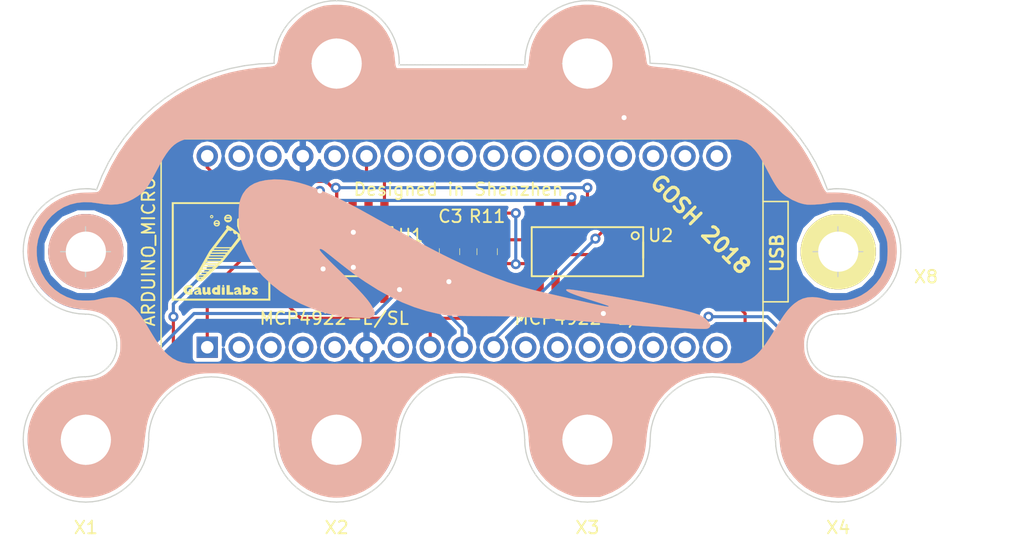
<source format=kicad_pcb>
(kicad_pcb (version 4) (host pcbnew 4.0.7-e2-6376~58~ubuntu16.04.1)
  (layers (0 F.Cu signal) (31 B.Cu signal) (34 B.Paste user) (35 F.Paste user) (36 B.SilkS user hide) (37 F.SilkS user) (38 B.Mask user) (39 F.Mask user) (44 Edge.Cuts user))
  (net 0 "")
  (net 1 GND)
  (net 2 VREF_DAC)
  (net 3 DAC_SCK)
  (net 4 DAC_DI)
  (net 5 DAC_LATCH)
  (net 6 DAC1CS)
  (net 7 DAC2CS)
  (net 8 DAC3CS)
  (net 9 VCC)
  (net 10 "Net-(U1-Pad2)")
  (net 11 "Net-(U1-Pad6)")
  (net 12 "Net-(U1-Pad7)")
  (net 13 "Net-(U1-Pad14)")
  (net 14 "Net-(U1-Pad10)")
  (net 15 "Net-(U2-Pad2)")
  (net 16 "Net-(U2-Pad6)")
  (net 17 "Net-(U2-Pad7)")
  (net 18 "Net-(U2-Pad14)")
  (net 19 "Net-(U2-Pad10)")
  (net 20 "Net-(U3-Pad13)")
  (net 21 "Net-(U3-Pad15)")
  (net 22 "Net-(U3-Pad17)")
  (net 23 "Net-(U3-Pad16)")
  (net 24 "Net-(U3-Pad14)")
  (net 25 "Net-(U3-Pad7)")
  (net 26 "Net-(U3-Pad5)")
  (net 27 "Net-(U3-Pad4)")
  (net 28 "Net-(U3-Pad3)")
  (net 29 "Net-(U3-Pad2)")
  (net 30 "Net-(U3-Pad18)")
  (net 31 "Net-(U3-Pad19)")
  (net 32 "Net-(U3-Pad20)")
  (net 33 "Net-(U3-Pad21)")
  (net 34 "Net-(U3-Pad22)")
  (net 35 "Net-(U3-Pad23)")
  (net 36 "Net-(U3-Pad24)")
  (net 37 "Net-(U3-Pad25)")
  (net 38 "Net-(U3-Pad26)")
  (net 39 "Net-(U3-Pad27)")
  (net 40 "Net-(U3-Pad28)")
  (net 41 "Net-(U3-Pad30)")
  (net 42 "Net-(U3-Pad32)")
  (net 43 "Net-(U3-Pad33)")
  (net 44 "Net-(X7-Pad1)")
  (net 45 "Net-(X8-Pad1)")
  (net 46 "Net-(U3-Pad12)")
  (module GaudiLabsFootPrints:SOIC-14_N (layer F.Cu) (at 91 78 180)
    (fp_text reference U1 (at -5.901 1.292 180) (layer F.SilkS))
    (fp_text value MCP4922-E/SL (at 0.195 -5.312 180) (layer F.SilkS))
    (pad 1 smd rect (at -3.81 3.0734 180) (size 0.6604 2.032) (layers F.Cu F.Paste F.Mask) (net 9 VCC))
    (pad 2 smd rect (at -2.54 3.0734 180) (size 0.6604 2.032) (layers F.Cu F.Paste F.Mask) (net 10 "Net-(U1-Pad2)"))
    (pad 3 smd rect (at -1.27 3.0734 180) (size 0.6604 2.032) (layers F.Cu F.Paste F.Mask) (net 6 DAC1CS))
    (pad 4 smd rect (at 0 3.0734 180) (size 0.6604 2.032) (layers F.Cu F.Paste F.Mask) (net 3 DAC_SCK))
    (pad 5 smd rect (at 1.27 3.0734 180) (size 0.6604 2.032) (layers F.Cu F.Paste F.Mask) (net 4 DAC_DI))
    (pad 6 smd rect (at 2.54 3.0734 180) (size 0.6604 2.032) (layers F.Cu F.Paste F.Mask) (net 11 "Net-(U1-Pad6)"))
    (pad 7 smd rect (at 3.81 3.0734 180) (size 0.6604 2.032) (layers F.Cu F.Paste F.Mask) (net 12 "Net-(U1-Pad7)"))
    (pad 8 smd rect (at 3.81 -3.0734 180) (size 0.6604 2.032) (layers F.Cu F.Paste F.Mask) (net 5 DAC_LATCH))
    (pad 9 smd rect (at 2.54 -3.0734 180) (size 0.6604 2.032) (layers F.Cu F.Paste F.Mask) (net 9 VCC))
    (pad 11 smd rect (at 0 -3.0734 180) (size 0.6604 2.032) (layers F.Cu F.Paste F.Mask) (net 2 VREF_DAC))
    (pad 12 smd rect (at -1.27 -3.0734 180) (size 0.6604 2.032) (layers F.Cu F.Paste F.Mask) (net 1 GND))
    (pad 13 smd rect (at -2.54 -3.0734 180) (size 0.6604 2.032) (layers F.Cu F.Paste F.Mask) (net 2 VREF_DAC))
    (pad 14 smd rect (at -3.81 -3.0734 180) (size 0.6604 2.032) (layers F.Cu F.Paste F.Mask) (net 13 "Net-(U1-Pad14)"))
    (pad 10 smd rect (at 1.27 -3.0734 180) (size 0.6604 2.032) (layers F.Cu F.Paste F.Mask) (net 14 "Net-(U1-Pad10)"))
  )
  (module GaudiLabsFootPrints:SOIC-14_N (layer F.Cu) (at 111 78 180)
    (fp_text reference U2 (at -5.84 1.292 180) (layer F.SilkS))
    (fp_text value MCP4922-E/SL (at -0.125 -5.312 180) (layer F.SilkS))
    (pad 1 smd rect (at -3.81 3.0734 180) (size 0.6604 2.032) (layers F.Cu F.Paste F.Mask) (net 9 VCC))
    (pad 2 smd rect (at -2.54 3.0734 180) (size 0.6604 2.032) (layers F.Cu F.Paste F.Mask) (net 15 "Net-(U2-Pad2)"))
    (pad 3 smd rect (at -1.27 3.0734 180) (size 0.6604 2.032) (layers F.Cu F.Paste F.Mask) (net 7 DAC2CS))
    (pad 4 smd rect (at 0 3.0734 180) (size 0.6604 2.032) (layers F.Cu F.Paste F.Mask) (net 3 DAC_SCK))
    (pad 5 smd rect (at 1.27 3.0734 180) (size 0.6604 2.032) (layers F.Cu F.Paste F.Mask) (net 4 DAC_DI))
    (pad 6 smd rect (at 2.54 3.0734 180) (size 0.6604 2.032) (layers F.Cu F.Paste F.Mask) (net 16 "Net-(U2-Pad6)"))
    (pad 7 smd rect (at 3.81 3.0734 180) (size 0.6604 2.032) (layers F.Cu F.Paste F.Mask) (net 17 "Net-(U2-Pad7)"))
    (pad 8 smd rect (at 3.81 -3.0734 180) (size 0.6604 2.032) (layers F.Cu F.Paste F.Mask) (net 5 DAC_LATCH))
    (pad 9 smd rect (at 2.54 -3.0734 180) (size 0.6604 2.032) (layers F.Cu F.Paste F.Mask) (net 9 VCC))
    (pad 11 smd rect (at 0 -3.0734 180) (size 0.6604 2.032) (layers F.Cu F.Paste F.Mask) (net 2 VREF_DAC))
    (pad 12 smd rect (at -1.27 -3.0734 180) (size 0.6604 2.032) (layers F.Cu F.Paste F.Mask) (net 1 GND))
    (pad 13 smd rect (at -2.54 -3.0734 180) (size 0.6604 2.032) (layers F.Cu F.Paste F.Mask) (net 2 VREF_DAC))
    (pad 14 smd rect (at -3.81 -3.0734 180) (size 0.6604 2.032) (layers F.Cu F.Paste F.Mask) (net 18 "Net-(U2-Pad14)"))
    (pad 10 smd rect (at 1.27 -3.0734 180) (size 0.6604 2.032) (layers F.Cu F.Paste F.Mask) (net 19 "Net-(U2-Pad10)"))
  )
  (module GaudiLabsFootPrints:0805G (layer F.Cu) (at 100 78)
    (fp_text reference C3 (at 0.076 -2.816) (layer F.SilkS))
    (fp_text value 100nF (at -0.559 3.534) (layer F.SilkS))
    (pad 1 smd rect (at 0 -0.95) (size 1.5 1.2954) (layers F.Cu F.Paste F.Mask) (net 2 VREF_DAC))
    (pad 2 smd rect (at 0 0.95) (size 1.5 1.2954) (layers F.Cu F.Paste F.Mask) (net 1 GND))
  )
  (module GaudiLabsFootPrints:0805G (layer F.Cu) (at 103 78 180)
    (fp_text reference R11 (at 0.003 2.816 180) (layer F.SilkS))
    (fp_text value 100k (at -0.632 -3.534 180) (layer F.SilkS))
    (pad 1 smd rect (at 0 -0.95 180) (size 1.5 1.2954) (layers F.Cu F.Paste F.Mask) (net 9 VCC))
    (pad 2 smd rect (at 0 0.95 180) (size 1.5 1.2954) (layers F.Cu F.Paste F.Mask) (net 2 VREF_DAC))
  )
  (module GaudiLabsFootPrints:Arduino_Micro_Throughole (layer F.Cu) (at 101 78 90)
    (fp_text reference U3 (at 8 -25 90) (layer F.SilkS))
    (fp_text value ARDUINO_MICRO (at 0 -25 90) (layer F.SilkS))
    (pad 34 thru_hole oval (at 7.62 -20.32 90) (size 1.7 1.7) (drill 1) (layers *.Cu *.Mask) (net 3 DAC_SCK))
    (pad 18 thru_hole oval (at 7.62 20.32 90) (size 1.7 1.7) (drill 1) (layers *.Cu *.Mask) (net 30 "Net-(U3-Pad18)"))
    (pad 19 thru_hole oval (at 7.62 17.78 90) (size 1.7 1.7) (drill 1) (layers *.Cu *.Mask) (net 31 "Net-(U3-Pad19)"))
    (pad 20 thru_hole oval (at 7.62 15.24 90) (size 1.7 1.7) (drill 1) (layers *.Cu *.Mask) (net 32 "Net-(U3-Pad20)"))
    (pad 21 thru_hole oval (at 7.62 12.7 90) (size 1.7 1.7) (drill 1) (layers *.Cu *.Mask) (net 33 "Net-(U3-Pad21)"))
    (pad 22 thru_hole oval (at 7.62 10.16 90) (size 1.7 1.7) (drill 1) (layers *.Cu *.Mask) (net 34 "Net-(U3-Pad22)"))
    (pad 23 thru_hole oval (at 7.62 7.62 90) (size 1.7 1.7) (drill 1) (layers *.Cu *.Mask) (net 35 "Net-(U3-Pad23)"))
    (pad 24 thru_hole oval (at 7.62 5.08 90) (size 1.7 1.7) (drill 1) (layers *.Cu *.Mask) (net 36 "Net-(U3-Pad24)"))
    (pad 25 thru_hole oval (at 7.62 2.54 90) (size 1.7 1.7) (drill 1) (layers *.Cu *.Mask) (net 37 "Net-(U3-Pad25)"))
    (pad 26 thru_hole oval (at 7.62 0 90) (size 1.7 1.7) (drill 1) (layers *.Cu *.Mask) (net 38 "Net-(U3-Pad26)"))
    (pad 27 thru_hole oval (at 7.62 -2.54 90) (size 1.7 1.7) (drill 1) (layers *.Cu *.Mask) (net 39 "Net-(U3-Pad27)"))
    (pad 28 thru_hole oval (at 7.62 -5.08 90) (size 1.7 1.7) (drill 1) (layers *.Cu *.Mask) (net 40 "Net-(U3-Pad28)"))
    (pad 29 thru_hole oval (at 7.62 -7.62 90) (size 1.7 1.7) (drill 1) (layers *.Cu *.Mask) (net 9 VCC))
    (pad 30 thru_hole oval (at 7.62 -10.16 90) (size 1.7 1.7) (drill 1) (layers *.Cu *.Mask) (net 41 "Net-(U3-Pad30)"))
    (pad 31 thru_hole oval (at 7.62 -12.7 90) (size 1.7 1.7) (drill 1) (layers *.Cu *.Mask) (net 1 GND))
    (pad 32 thru_hole oval (at 7.62 -15.24 90) (size 1.7 1.7) (drill 1) (layers *.Cu *.Mask) (net 42 "Net-(U3-Pad32)"))
    (pad 33 thru_hole oval (at 7.62 -17.78 90) (size 1.7 1.7) (drill 1) (layers *.Cu *.Mask) (net 43 "Net-(U3-Pad33)"))
    (pad 1 thru_hole rect (at -7.62 -20.32 90) (size 1.7 1.7) (drill 1) (layers *.Cu *.Mask) (net 4 DAC_DI))
    (pad 2 thru_hole oval (at -7.62 -17.78 90) (size 1.7 1.7) (drill 1) (layers *.Cu *.Mask) (net 29 "Net-(U3-Pad2)"))
    (pad 3 thru_hole oval (at -7.62 -15.24 90) (size 1.7 1.7) (drill 1) (layers *.Cu *.Mask) (net 28 "Net-(U3-Pad3)"))
    (pad 4 thru_hole oval (at -7.62 -12.7 90) (size 1.7 1.7) (drill 1) (layers *.Cu *.Mask) (net 27 "Net-(U3-Pad4)"))
    (pad 5 thru_hole oval (at -7.62 -10.16 90) (size 1.7 1.7) (drill 1) (layers *.Cu *.Mask) (net 26 "Net-(U3-Pad5)"))
    (pad 6 thru_hole oval (at -7.62 -7.62 90) (size 1.7 1.7) (drill 1) (layers *.Cu *.Mask) (net 1 GND))
    (pad 7 thru_hole oval (at -7.62 -5.08 90) (size 1.7 1.7) (drill 1) (layers *.Cu *.Mask) (net 25 "Net-(U3-Pad7)"))
    (pad 8 thru_hole oval (at -7.62 -2.54 90) (size 1.7 1.7) (drill 1) (layers *.Cu *.Mask) (net 5 DAC_LATCH))
    (pad 9 thru_hole oval (at -7.62 0 90) (size 1.7 1.7) (drill 1) (layers *.Cu *.Mask) (net 6 DAC1CS))
    (pad 10 thru_hole oval (at -7.62 2.54 90) (size 1.7 1.7) (drill 1) (layers *.Cu *.Mask) (net 7 DAC2CS))
    (pad 11 thru_hole oval (at -7.62 5.08 90) (size 1.7 1.7) (drill 1) (layers *.Cu *.Mask) (net 8 DAC3CS))
    (pad 12 thru_hole oval (at -7.62 7.62 90) (size 1.7 1.7) (drill 1) (layers *.Cu *.Mask) (net 46 "Net-(U3-Pad12)"))
    (pad 13 thru_hole oval (at -7.62 10.16 90) (size 1.7 1.7) (drill 1) (layers *.Cu *.Mask) (net 20 "Net-(U3-Pad13)"))
    (pad 14 thru_hole oval (at -7.62 12.7 90) (size 1.7 1.7) (drill 1) (layers *.Cu *.Mask) (net 24 "Net-(U3-Pad14)"))
    (pad 15 thru_hole oval (at -7.62 15.24 90) (size 1.7 1.7) (drill 1) (layers *.Cu *.Mask) (net 21 "Net-(U3-Pad15)"))
    (pad 16 thru_hole oval (at -7.62 17.78 90) (size 1.7 1.7) (drill 1) (layers *.Cu *.Mask) (net 23 "Net-(U3-Pad16)"))
    (pad 17 thru_hole oval (at -7.62 20.32 90) (size 1.7 1.7) (drill 1) (layers *.Cu *.Mask) (net 22 "Net-(U3-Pad17)"))
  )
  (module GaudiLabsFootPrints:Pad4x8 (layer F.Cu) (at 71 93)
    (fp_text reference X1 (at 0 7) (layer F.SilkS))
    (fp_text value X (at 4 -5) (layer F.SilkS))
    (pad 1 thru_hole circle (at 0 0) (size 8 8) (drill 4) (layers *.Cu *.Mask F.SilkS) (net 13 "Net-(U1-Pad14)"))
  )
  (module GaudiLabsFootPrints:Pad4x8 (layer F.Cu) (at 91 93)
    (fp_text reference X2 (at 0 7) (layer F.SilkS))
    (fp_text value Y (at 0 -5.08) (layer F.SilkS))
    (pad 1 thru_hole circle (at 0 0) (size 8 8) (drill 4) (layers *.Cu *.Mask F.SilkS) (net 14 "Net-(U1-Pad10)"))
  )
  (module GaudiLabsFootPrints:Pad4x8 (layer F.Cu) (at 111 93)
    (fp_text reference X3 (at 0 7) (layer F.SilkS))
    (fp_text value Z (at 0 -5.08) (layer F.SilkS))
    (pad 1 thru_hole circle (at 0 0) (size 8 8) (drill 4) (layers *.Cu *.Mask F.SilkS) (net 18 "Net-(U2-Pad14)"))
  )
  (module GaudiLabsFootPrints:Pad4x8 (layer F.Cu) (at 131 93)
    (fp_text reference X4 (at 0 7) (layer F.SilkS))
    (fp_text value Q (at -4 -5) (layer F.SilkS))
    (pad 1 thru_hole circle (at 0 0) (size 8 8) (drill 4) (layers *.Cu *.Mask F.SilkS) (net 19 "Net-(U2-Pad10)"))
  )
  (module GaudiLabsFootPrints:Pad4x8 (layer B.Cu) (at 91 63)
    (fp_text reference X5 (at 0 -6) (layer B.SilkS) (effects (justify mirror)))
    (fp_text value GND (at 0 5.08) (layer F.SilkS))
    (pad 1 thru_hole circle (at 0 0) (size 8 8) (drill 4) (layers *.Cu *.Mask B.SilkS) (net 1 GND))
  )
  (module GaudiLabsFootPrints:Pad4x8 (layer B.Cu) (at 111 63)
    (fp_text reference X6 (at 0 -6) (layer B.SilkS) (effects (justify mirror)))
    (fp_text value GND (at 0 5.08) (layer F.SilkS))
    (pad 1 thru_hole circle (at 0 0) (size 8 8) (drill 4) (layers *.Cu *.Mask B.SilkS) (net 1 GND))
  )
  (module GaudiLabsFootPrints:MountingHoleM3 (layer B.Cu) (at 71 78)
    (fp_text reference X7 (at -9 -2) (layer B.SilkS) (effects (justify mirror)))
    (fp_text value MountPad3)
    (pad 1 thru_hole circle (at 0 0) (size 6 6) (drill 3.2) (layers *.Cu *.Mask B.SilkS) (net 44 "Net-(X7-Pad1)"))
  )
  (module GaudiLabsFootPrints:MountingHoleM3 (layer F.Cu) (at 131 78)
    (fp_text reference X8 (at 7 2) (layer F.SilkS))
    (fp_text value MountPad3)
    (pad 1 thru_hole circle (at 0 0) (size 6 6) (drill 3.2) (layers *.Cu *.Mask F.SilkS) (net 45 "Net-(X8-Pad1)"))
  )
  (module GaudiLabsLogos:DigitalToAnalog (layer B.Cu) (at 101 77.94 180)
    (fp_text reference G*** hide)
    (fp_text value LOGO hide)
  )
  (module GaudiLabsLogos:DigitalToAnalogueTongue (layer B.Cu) (at 102 78.2 180)
    (fp_text reference G*** hide)
    (fp_text value LOGO hide)
  )
  (module GaudiLabsLogos:GaudiLabs_8 (layer F.Cu) (at 81.788 77.978)
    (fp_text reference G*** hide)
    (fp_text value LOGO hide)
  )
  (gr_text "GOSH 2018" (at 120.015 75.819 315) (layer F.SilkS) (effects (font (size 1.2 1.2) (thickness 0.25))))
  (gr_text USB (at 126.111 78.105 90) (layer F.SilkS) (effects (font (size 1 1) (thickness 0.2))))
  (gr_text to (at 100.838 66.167) (layer F.SilkS) (effects (font (size 0.8 0.8) (thickness 0.1))))
  (gr_text "Designed in Shenzhen" (at 100.711 73.025) (layer F.SilkS) (effects (font (size 1 1))))
  (gr_text "GCode\nAnalog" (at 100.965 66.04) (layer F.SilkS) (effects (font (size 1.5 1.5) (thickness 0.3))))
  (gr_line (start 130.973275 79.987425) (end 130.973275 76.010965) (layer Edge.Cuts) (width 0.1))
  (gr_line (start 128.985045 77.999195) (end 132.961504 77.999195) (layer Edge.Cuts) (width 0.1))
  (gr_line (start 70.973281 79.987425) (end 70.973281 76.010965) (layer Edge.Cuts) (width 0.1))
  (gr_line (start 68.985051 77.999195) (end 72.96151 77.999195) (layer Edge.Cuts) (width 0.1))
  (gr_line (start 70.978279 94.987425) (end 70.978279 91.010965) (layer Edge.Cuts) (width 0.1))
  (gr_line (start 68.990049 92.999195) (end 72.966508 92.999195) (layer Edge.Cuts) (width 0.1))
  (gr_line (start 90.973275 94.987425) (end 90.973275 91.010965) (layer Edge.Cuts) (width 0.1))
  (gr_line (start 88.985045 92.999195) (end 92.961504 92.999195) (layer Edge.Cuts) (width 0.1))
  (gr_line (start 110.973275 94.987425) (end 110.973275 91.010965) (layer Edge.Cuts) (width 0.1))
  (gr_line (start 108.985045 92.999195) (end 112.961504 92.999195) (layer Edge.Cuts) (width 0.1))
  (gr_line (start 130.973275 94.987425) (end 130.973275 91.010965) (layer Edge.Cuts) (width 0.1))
  (gr_line (start 128.985045 92.999195) (end 132.961504 92.999195) (layer Edge.Cuts) (width 0.1))
  (gr_line (start 110.973275 64.987425) (end 110.973275 61.010965) (layer Edge.Cuts) (width 0.1))
  (gr_line (start 108.985045 62.999195) (end 112.961504 62.999195) (layer Edge.Cuts) (width 0.1))
  (gr_line (start 90.973275 64.987425) (end 90.973275 61.010965) (layer Edge.Cuts) (width 0.1))
  (gr_line (start 88.985045 62.999195) (end 92.961504 62.999195) (layer Edge.Cuts) (width 0.1))
  (gr_line (start 90.999185 57.9797) (end 90.99794 57.97988) (layer Edge.Cuts) (width 0.1))
  (gr_line (start 90.999185 57.97979) (end 90.999185 57.9797) (layer Edge.Cuts) (width 0.1))
  (gr_line (start 90.999235 57.9798) (end 90.999185 57.97979) (layer Edge.Cuts) (width 0.1))
  (gr_line (start 90.999295 57.9798) (end 90.999235 57.9798) (layer Edge.Cuts) (width 0.1))
  (gr_line (start 90.999345 57.97981) (end 90.999295 57.9798) (layer Edge.Cuts) (width 0.1))
  (gr_line (start 90.999395 57.97981) (end 90.999345 57.97981) (layer Edge.Cuts) (width 0.1))
  (gr_line (start 90.999445 57.97982) (end 90.999395 57.97981) (layer Edge.Cuts) (width 0.1))
  (gr_line (start 90.999505 57.97983) (end 90.999445 57.97982) (layer Edge.Cuts) (width 0.1))
  (gr_line (start 90.999555 57.97984) (end 90.999505 57.97983) (layer Edge.Cuts) (width 0.1))
  (gr_line (start 90.999615 57.97984) (end 90.999555 57.97984) (layer Edge.Cuts) (width 0.1))
  (gr_line (start 90.999665 57.97985) (end 90.999615 57.97984) (layer Edge.Cuts) (width 0.1))
  (gr_line (start 90.999715 57.97985) (end 90.999665 57.97985) (layer Edge.Cuts) (width 0.1))
  (gr_line (start 90.999765 57.97986) (end 90.999715 57.97985) (layer Edge.Cuts) (width 0.1))
  (gr_line (start 90.999815 57.97986) (end 90.999765 57.97986) (layer Edge.Cuts) (width 0.1))
  (gr_line (start 90.999865 57.97987) (end 90.999815 57.97986) (layer Edge.Cuts) (width 0.1))
  (gr_line (start 90.999925 57.97987) (end 90.999865 57.97987) (layer Edge.Cuts) (width 0.1))
  (gr_line (start 91.510605 58.00567) (end 90.999925 57.97987) (layer Edge.Cuts) (width 0.1))
  (gr_line (start 92.006535 58.08137) (end 91.510605 58.00567) (layer Edge.Cuts) (width 0.1))
  (gr_line (start 92.485205 58.20443) (end 92.006535 58.08137) (layer Edge.Cuts) (width 0.1))
  (gr_line (start 92.944105 58.37237) (end 92.485205 58.20443) (layer Edge.Cuts) (width 0.1))
  (gr_line (start 93.380725 58.58268) (end 92.944105 58.37237) (layer Edge.Cuts) (width 0.1))
  (gr_line (start 93.792555 58.83285) (end 93.380725 58.58268) (layer Edge.Cuts) (width 0.1))
  (gr_line (start 94.177085 59.12037) (end 93.792555 58.83285) (layer Edge.Cuts) (width 0.1))
  (gr_line (start 94.531795 59.44272) (end 94.177085 59.12037) (layer Edge.Cuts) (width 0.1))
  (gr_line (start 94.854185 59.79741) (end 94.531795 59.44272) (layer Edge.Cuts) (width 0.1))
  (gr_line (start 95.141735 60.1819) (end 94.854185 59.79741) (layer Edge.Cuts) (width 0.1))
  (gr_line (start 95.391945 60.5937) (end 95.141735 60.1819) (layer Edge.Cuts) (width 0.1))
  (gr_line (start 95.602305 61.0303) (end 95.391945 60.5937) (layer Edge.Cuts) (width 0.1))
  (gr_line (start 95.770295 61.48918) (end 95.602305 61.0303) (layer Edge.Cuts) (width 0.1))
  (gr_line (start 95.893415 61.96784) (end 95.770295 61.48918) (layer Edge.Cuts) (width 0.1))
  (gr_line (start 95.969115 62.46376) (end 95.893415 61.96784) (layer Edge.Cuts) (width 0.1))
  (gr_line (start 95.994915 62.97444) (end 95.969115 62.46376) (layer Edge.Cuts) (width 0.1))
  (gr_line (start 95.994535 62.98244) (end 95.994915 62.97444) (layer Edge.Cuts) (width 0.1))
  (gr_line (start 95.994165 62.99044) (end 95.994535 62.98244) (layer Edge.Cuts) (width 0.1))
  (gr_line (start 95.993775 62.99844) (end 95.994165 62.99044) (layer Edge.Cuts) (width 0.1))
  (gr_line (start 95.993395 63.00644) (end 95.993775 62.99844) (layer Edge.Cuts) (width 0.1))
  (gr_line (start 95.993005 63.01444) (end 95.993395 63.00644) (layer Edge.Cuts) (width 0.1))
  (gr_line (start 95.992615 63.02244) (end 95.993005 63.01444) (layer Edge.Cuts) (width 0.1))
  (gr_line (start 95.992195 63.03044) (end 95.992615 63.02244) (layer Edge.Cuts) (width 0.1))
  (gr_line (start 95.991785 63.03844) (end 95.992195 63.03044) (layer Edge.Cuts) (width 0.1))
  (gr_line (start 95.991355 63.04644) (end 95.991785 63.03844) (layer Edge.Cuts) (width 0.1))
  (gr_line (start 95.990925 63.05444) (end 95.991355 63.04644) (layer Edge.Cuts) (width 0.1))
  (gr_line (start 95.990455 63.06244) (end 95.990925 63.05444) (layer Edge.Cuts) (width 0.1))
  (gr_line (start 95.989995 63.07044) (end 95.990455 63.06244) (layer Edge.Cuts) (width 0.1))
  (gr_line (start 95.989465 63.07844) (end 95.989995 63.07044) (layer Edge.Cuts) (width 0.1))
  (gr_line (start 95.988995 63.08644) (end 95.989465 63.07844) (layer Edge.Cuts) (width 0.1))
  (gr_line (start 95.988535 63.09444) (end 95.988995 63.08644) (layer Edge.Cuts) (width 0.1))
  (gr_line (start 95.987995 63.10244) (end 95.988535 63.09444) (layer Edge.Cuts) (width 0.1))
  (gr_line (start 96.614315 63.10244) (end 95.987995 63.10244) (layer Edge.Cuts) (width 0.1))
  (gr_line (start 97.240635 63.10244) (end 96.614315 63.10244) (layer Edge.Cuts) (width 0.1))
  (gr_line (start 97.866955 63.10244) (end 97.240635 63.10244) (layer Edge.Cuts) (width 0.1))
  (gr_line (start 98.493275 63.10244) (end 97.866955 63.10244) (layer Edge.Cuts) (width 0.1))
  (gr_line (start 99.119595 63.10244) (end 98.493275 63.10244) (layer Edge.Cuts) (width 0.1))
  (gr_line (start 99.745915 63.10244) (end 99.119595 63.10244) (layer Edge.Cuts) (width 0.1))
  (gr_line (start 100.372235 63.10244) (end 99.745915 63.10244) (layer Edge.Cuts) (width 0.1))
  (gr_line (start 100.998555 63.10244) (end 100.372235 63.10244) (layer Edge.Cuts) (width 0.1))
  (gr_line (start 101.624875 63.10244) (end 100.998555 63.10244) (layer Edge.Cuts) (width 0.1))
  (gr_line (start 102.251205 63.10244) (end 101.624875 63.10244) (layer Edge.Cuts) (width 0.1))
  (gr_line (start 102.877525 63.10244) (end 102.251205 63.10244) (layer Edge.Cuts) (width 0.1))
  (gr_line (start 103.503845 63.10244) (end 102.877525 63.10244) (layer Edge.Cuts) (width 0.1))
  (gr_line (start 104.130165 63.10244) (end 103.503845 63.10244) (layer Edge.Cuts) (width 0.1))
  (gr_line (start 104.756485 63.10244) (end 104.130165 63.10244) (layer Edge.Cuts) (width 0.1))
  (gr_line (start 105.382805 63.10244) (end 104.756485 63.10244) (layer Edge.Cuts) (width 0.1))
  (gr_line (start 106.009125 63.10244) (end 105.382805 63.10244) (layer Edge.Cuts) (width 0.1))
  (gr_line (start 106.008745 63.09444) (end 106.009125 63.10244) (layer Edge.Cuts) (width 0.1))
  (gr_line (start 106.008375 63.08644) (end 106.008745 63.09444) (layer Edge.Cuts) (width 0.1))
  (gr_line (start 106.008005 63.07844) (end 106.008375 63.08644) (layer Edge.Cuts) (width 0.1))
  (gr_line (start 106.007645 63.07044) (end 106.008005 63.07844) (layer Edge.Cuts) (width 0.1))
  (gr_line (start 106.007275 63.06244) (end 106.007645 63.07044) (layer Edge.Cuts) (width 0.1))
  (gr_line (start 106.006925 63.05444) (end 106.007275 63.06244) (layer Edge.Cuts) (width 0.1))
  (gr_line (start 106.006575 63.04644) (end 106.006925 63.05444) (layer Edge.Cuts) (width 0.1))
  (gr_line (start 106.006245 63.03844) (end 106.006575 63.04644) (layer Edge.Cuts) (width 0.1))
  (gr_line (start 106.005925 63.03044) (end 106.006245 63.03844) (layer Edge.Cuts) (width 0.1))
  (gr_line (start 106.005615 63.02244) (end 106.005925 63.03044) (layer Edge.Cuts) (width 0.1))
  (gr_line (start 106.005315 63.01444) (end 106.005615 63.02244) (layer Edge.Cuts) (width 0.1))
  (gr_line (start 106.005045 63.00644) (end 106.005315 63.01444) (layer Edge.Cuts) (width 0.1))
  (gr_line (start 106.004775 62.99844) (end 106.005045 63.00644) (layer Edge.Cuts) (width 0.1))
  (gr_line (start 106.004545 62.99044) (end 106.004775 62.99844) (layer Edge.Cuts) (width 0.1))
  (gr_line (start 106.004325 62.98244) (end 106.004545 62.99044) (layer Edge.Cuts) (width 0.1))
  (gr_line (start 106.004125 62.97444) (end 106.004325 62.98244) (layer Edge.Cuts) (width 0.1))
  (gr_line (start 106.029925 62.46377) (end 106.004125 62.97444) (layer Edge.Cuts) (width 0.1))
  (gr_line (start 106.105625 61.96784) (end 106.029925 62.46377) (layer Edge.Cuts) (width 0.1))
  (gr_line (start 106.228745 61.48918) (end 106.105625 61.96784) (layer Edge.Cuts) (width 0.1))
  (gr_line (start 106.396735 61.0303) (end 106.228745 61.48918) (layer Edge.Cuts) (width 0.1))
  (gr_line (start 106.607095 60.5937) (end 106.396735 61.0303) (layer Edge.Cuts) (width 0.1))
  (gr_line (start 106.857305 60.1819) (end 106.607095 60.5937) (layer Edge.Cuts) (width 0.1))
  (gr_line (start 107.144855 59.7974) (end 106.857305 60.1819) (layer Edge.Cuts) (width 0.1))
  (gr_line (start 107.467245 59.44272) (end 107.144855 59.7974) (layer Edge.Cuts) (width 0.1))
  (gr_line (start 107.821955 59.12037) (end 107.467245 59.44272) (layer Edge.Cuts) (width 0.1))
  (gr_line (start 108.206485 58.83285) (end 107.821955 59.12037) (layer Edge.Cuts) (width 0.1))
  (gr_line (start 108.618315 58.58268) (end 108.206485 58.83285) (layer Edge.Cuts) (width 0.1))
  (gr_line (start 109.054935 58.37237) (end 108.618315 58.58268) (layer Edge.Cuts) (width 0.1))
  (gr_line (start 109.513835 58.20444) (end 109.054935 58.37237) (layer Edge.Cuts) (width 0.1))
  (gr_line (start 109.992505 58.08137) (end 109.513835 58.20444) (layer Edge.Cuts) (width 0.1))
  (gr_line (start 110.488435 58.00567) (end 109.992505 58.08137) (layer Edge.Cuts) (width 0.1))
  (gr_line (start 110.999115 57.97987) (end 110.488435 58.00567) (layer Edge.Cuts) (width 0.1))
  (gr_line (start 111.509795 58.00567) (end 110.999115 57.97987) (layer Edge.Cuts) (width 0.1))
  (gr_line (start 112.005725 58.08137) (end 111.509795 58.00567) (layer Edge.Cuts) (width 0.1))
  (gr_line (start 112.484395 58.20443) (end 112.005725 58.08137) (layer Edge.Cuts) (width 0.1))
  (gr_line (start 112.943295 58.37237) (end 112.484395 58.20443) (layer Edge.Cuts) (width 0.1))
  (gr_line (start 113.379915 58.58268) (end 112.943295 58.37237) (layer Edge.Cuts) (width 0.1))
  (gr_line (start 113.791745 58.83285) (end 113.379915 58.58268) (layer Edge.Cuts) (width 0.1))
  (gr_line (start 114.176265 59.12037) (end 113.791745 58.83285) (layer Edge.Cuts) (width 0.1))
  (gr_line (start 114.530975 59.44272) (end 114.176265 59.12037) (layer Edge.Cuts) (width 0.1))
  (gr_line (start 114.853365 59.7974) (end 114.530975 59.44272) (layer Edge.Cuts) (width 0.1))
  (gr_line (start 115.140925 60.1819) (end 114.853365 59.7974) (layer Edge.Cuts) (width 0.1))
  (gr_line (start 115.391125 60.5937) (end 115.140925 60.1819) (layer Edge.Cuts) (width 0.1))
  (gr_line (start 115.601485 61.0303) (end 115.391125 60.5937) (layer Edge.Cuts) (width 0.1))
  (gr_line (start 115.769475 61.48918) (end 115.601485 61.0303) (layer Edge.Cuts) (width 0.1))
  (gr_line (start 115.892595 61.96784) (end 115.769475 61.48918) (layer Edge.Cuts) (width 0.1))
  (gr_line (start 115.968295 62.46376) (end 115.892595 61.96784) (layer Edge.Cuts) (width 0.1))
  (gr_line (start 115.994095 62.97444) (end 115.968295 62.46376) (layer Edge.Cuts) (width 0.1))
  (gr_line (start 117.181445 63.02264) (end 115.994095 62.97444) (layer Edge.Cuts) (width 0.1))
  (gr_line (start 118.348085 63.16247) (end 117.181445 63.02264) (layer Edge.Cuts) (width 0.1))
  (gr_line (start 119.489795 63.39089) (end 118.348085 63.16247) (layer Edge.Cuts) (width 0.1))
  (gr_line (start 120.602345 63.7049) (end 119.489795 63.39089) (layer Edge.Cuts) (width 0.1))
  (gr_line (start 121.681525 64.10149) (end 120.602345 63.7049) (layer Edge.Cuts) (width 0.1))
  (gr_line (start 122.723105 64.57764) (end 121.681525 64.10149) (layer Edge.Cuts) (width 0.1))
  (gr_line (start 123.722865 65.13036) (end 122.723105 64.57764) (layer Edge.Cuts) (width 0.1))
  (gr_line (start 124.676585 65.75663) (end 123.722865 65.13036) (layer Edge.Cuts) (width 0.1))
  (gr_line (start 125.580045 66.45345) (end 124.676585 65.75663) (layer Edge.Cuts) (width 0.1))
  (gr_line (start 126.429025 67.21782) (end 125.580045 66.45345) (layer Edge.Cuts) (width 0.1))
  (gr_line (start 127.219295 68.04672) (end 126.429025 67.21782) (layer Edge.Cuts) (width 0.1))
  (gr_line (start 127.946635 68.93714) (end 127.219295 68.04672) (layer Edge.Cuts) (width 0.1))
  (gr_line (start 128.606825 69.88609) (end 127.946635 68.93714) (layer Edge.Cuts) (width 0.1))
  (gr_line (start 129.195645 70.89055) (end 128.606825 69.88609) (layer Edge.Cuts) (width 0.1))
  (gr_line (start 129.708875 71.94752) (end 129.195645 70.89055) (layer Edge.Cuts) (width 0.1))
  (gr_line (start 130.142295 73.05398) (end 129.708875 71.94752) (layer Edge.Cuts) (width 0.1))
  (gr_line (start 130.195395 73.04498) (end 130.142295 73.05398) (layer Edge.Cuts) (width 0.1))
  (gr_line (start 130.248595 73.03698) (end 130.195395 73.04498) (layer Edge.Cuts) (width 0.1))
  (gr_line (start 130.301795 73.02898) (end 130.248595 73.03698) (layer Edge.Cuts) (width 0.1))
  (gr_line (start 130.355095 73.02198) (end 130.301795 73.02898) (layer Edge.Cuts) (width 0.1))
  (gr_line (start 130.408495 73.01498) (end 130.355095 73.02198) (layer Edge.Cuts) (width 0.1))
  (gr_line (start 130.461995 73.00898) (end 130.408495 73.01498) (layer Edge.Cuts) (width 0.1))
  (gr_line (start 130.515495 73.00398) (end 130.461995 73.00898) (layer Edge.Cuts) (width 0.1))
  (gr_line (start 130.569095 72.99898) (end 130.515495 73.00398) (layer Edge.Cuts) (width 0.1))
  (gr_line (start 130.622695 72.99498) (end 130.569095 72.99898) (layer Edge.Cuts) (width 0.1))
  (gr_line (start 130.676395 72.99098) (end 130.622695 72.99498) (layer Edge.Cuts) (width 0.1))
  (gr_line (start 130.730095 72.98798) (end 130.676395 72.99098) (layer Edge.Cuts) (width 0.1))
  (gr_line (start 130.783895 72.98498) (end 130.730095 72.98798) (layer Edge.Cuts) (width 0.1))
  (gr_line (start 130.837695 72.98198) (end 130.783895 72.98498) (layer Edge.Cuts) (width 0.1))
  (gr_line (start 130.891495 72.98098) (end 130.837695 72.98198) (layer Edge.Cuts) (width 0.1))
  (gr_line (start 130.945295 72.98027) (end 130.891495 72.98098) (layer Edge.Cuts) (width 0.1))
  (gr_line (start 130.999195 72.97998) (end 130.945295 72.98027) (layer Edge.Cuts) (width 0.1))
  (gr_line (start 131.509865 73.00578) (end 130.999195 72.97998) (layer Edge.Cuts) (width 0.1))
  (gr_line (start 132.005795 73.08148) (end 131.509865 73.00578) (layer Edge.Cuts) (width 0.1))
  (gr_line (start 132.484455 73.20459) (end 132.005795 73.08148) (layer Edge.Cuts) (width 0.1))
  (gr_line (start 132.943335 73.37258) (end 132.484455 73.20459) (layer Edge.Cuts) (width 0.1))
  (gr_line (start 133.379935 73.58294) (end 132.943335 73.37258) (layer Edge.Cuts) (width 0.1))
  (gr_line (start 133.791735 73.83315) (end 133.379935 73.58294) (layer Edge.Cuts) (width 0.1))
  (gr_line (start 134.176225 74.1207) (end 133.791735 73.83315) (layer Edge.Cuts) (width 0.1))
  (gr_line (start 134.530905 74.44309) (end 134.176225 74.1207) (layer Edge.Cuts) (width 0.1))
  (gr_line (start 134.853255 74.7978) (end 134.530905 74.44309) (layer Edge.Cuts) (width 0.1))
  (gr_line (start 135.140775 75.18233) (end 134.853255 74.7978) (layer Edge.Cuts) (width 0.1))
  (gr_line (start 135.390945 75.59416) (end 135.140775 75.18233) (layer Edge.Cuts) (width 0.1))
  (gr_line (start 135.601255 76.03078) (end 135.390945 75.59416) (layer Edge.Cuts) (width 0.1))
  (gr_line (start 135.769185 76.48968) (end 135.601255 76.03078) (layer Edge.Cuts) (width 0.1))
  (gr_line (start 135.892255 76.96835) (end 135.769185 76.48968) (layer Edge.Cuts) (width 0.1))
  (gr_line (start 135.967955 77.46428) (end 135.892255 76.96835) (layer Edge.Cuts) (width 0.1))
  (gr_line (start 135.993755 77.97496) (end 135.967955 77.46428) (layer Edge.Cuts) (width 0.1))
  (gr_line (start 135.967955 78.48564) (end 135.993755 77.97496) (layer Edge.Cuts) (width 0.1))
  (gr_line (start 135.892255 78.98157) (end 135.967955 78.48564) (layer Edge.Cuts) (width 0.1))
  (gr_line (start 135.769195 79.46024) (end 135.892255 78.98157) (layer Edge.Cuts) (width 0.1))
  (gr_line (start 135.601255 79.91914) (end 135.769195 79.46024) (layer Edge.Cuts) (width 0.1))
  (gr_line (start 135.390945 80.35576) (end 135.601255 79.91914) (layer Edge.Cuts) (width 0.1))
  (gr_line (start 135.140775 80.76759) (end 135.390945 80.35576) (layer Edge.Cuts) (width 0.1))
  (gr_line (start 134.853255 81.15211) (end 135.140775 80.76759) (layer Edge.Cuts) (width 0.1))
  (gr_line (start 134.530905 81.50683) (end 134.853255 81.15211) (layer Edge.Cuts) (width 0.1))
  (gr_line (start 134.176225 81.82922) (end 134.530905 81.50683) (layer Edge.Cuts) (width 0.1))
  (gr_line (start 133.791735 82.11677) (end 134.176225 81.82922) (layer Edge.Cuts) (width 0.1))
  (gr_line (start 133.379935 82.36699) (end 133.791735 82.11677) (layer Edge.Cuts) (width 0.1))
  (gr_line (start 132.943335 82.57734) (end 133.379935 82.36699) (layer Edge.Cuts) (width 0.1))
  (gr_line (start 132.484455 82.74533) (end 132.943335 82.57734) (layer Edge.Cuts) (width 0.1))
  (gr_line (start 132.005795 82.86844) (end 132.484455 82.74533) (layer Edge.Cuts) (width 0.1))
  (gr_line (start 131.509875 82.94414) (end 132.005795 82.86844) (layer Edge.Cuts) (width 0.1))
  (gr_line (start 130.999195 82.96994) (end 131.509875 82.94414) (layer Edge.Cuts) (width 0.1))
  (gr_line (start 130.998195 82.9699) (end 130.999195 82.96994) (layer Edge.Cuts) (width 0.1))
  (gr_line (start 130.996195 82.96985) (end 130.998195 82.9699) (layer Edge.Cuts) (width 0.1))
  (gr_line (start 130.995195 82.9698) (end 130.996195 82.96985) (layer Edge.Cuts) (width 0.1))
  (gr_line (start 130.994195 82.96974) (end 130.995195 82.9698) (layer Edge.Cuts) (width 0.1))
  (gr_line (start 130.993195 82.96968) (end 130.994195 82.96974) (layer Edge.Cuts) (width 0.1))
  (gr_line (start 130.991195 82.96961) (end 130.993195 82.96968) (layer Edge.Cuts) (width 0.1))
  (gr_line (start 130.990195 82.96954) (end 130.991195 82.96961) (layer Edge.Cuts) (width 0.1))
  (gr_line (start 130.989195 82.96947) (end 130.990195 82.96954) (layer Edge.Cuts) (width 0.1))
  (gr_line (start 130.988195 82.9694) (end 130.989195 82.96947) (layer Edge.Cuts) (width 0.1))
  (gr_line (start 130.986195 82.96932) (end 130.988195 82.9694) (layer Edge.Cuts) (width 0.1))
  (gr_line (start 130.985195 82.96925) (end 130.986195 82.96932) (layer Edge.Cuts) (width 0.1))
  (gr_line (start 130.984195 82.96918) (end 130.985195 82.96925) (layer Edge.Cuts) (width 0.1))
  (gr_line (start 130.983195 82.96912) (end 130.984195 82.96918) (layer Edge.Cuts) (width 0.1))
  (gr_line (start 130.981195 82.96905) (end 130.983195 82.96912) (layer Edge.Cuts) (width 0.1))
  (gr_line (start 130.980195 82.96899) (end 130.981195 82.96905) (layer Edge.Cuts) (width 0.1))
  (gr_line (start 130.979195 82.96894) (end 130.980195 82.96899) (layer Edge.Cuts) (width 0.1))
  (gr_line (start 130.979195 82.96894) (end 130.979195 82.96894) (layer Edge.Cuts) (width 0.1))
  (gr_line (start 130.979195 82.96894) (end 130.979195 82.96894) (layer Edge.Cuts) (width 0.1))
  (gr_line (start 130.979195 82.96894) (end 130.979195 82.96894) (layer Edge.Cuts) (width 0.1))
  (gr_line (start 130.979195 82.96894) (end 130.979195 82.96894) (layer Edge.Cuts) (width 0.1))
  (gr_line (start 130.979195 82.96894) (end 130.979195 82.96894) (layer Edge.Cuts) (width 0.1))
  (gr_line (start 130.979195 82.96894) (end 130.979195 82.96894) (layer Edge.Cuts) (width 0.1))
  (gr_line (start 130.979195 82.96894) (end 130.979195 82.96894) (layer Edge.Cuts) (width 0.1))
  (gr_line (start 130.979195 82.96894) (end 130.979195 82.96894) (layer Edge.Cuts) (width 0.1))
  (gr_line (start 130.979195 82.96894) (end 130.979195 82.96894) (layer Edge.Cuts) (width 0.1))
  (gr_line (start 130.979195 82.96894) (end 130.979195 82.96894) (layer Edge.Cuts) (width 0.1))
  (gr_line (start 130.979195 82.96894) (end 130.979195 82.96894) (layer Edge.Cuts) (width 0.1))
  (gr_line (start 130.979195 82.96894) (end 130.979195 82.96894) (layer Edge.Cuts) (width 0.1))
  (gr_line (start 130.979195 82.96894) (end 130.979195 82.96894) (layer Edge.Cuts) (width 0.1))
  (gr_line (start 130.979195 82.96894) (end 130.979195 82.96894) (layer Edge.Cuts) (width 0.1))
  (gr_line (start 130.979195 82.96894) (end 130.979195 82.96894) (layer Edge.Cuts) (width 0.1))
  (gr_line (start 130.979195 82.96894) (end 130.979195 82.96894) (layer Edge.Cuts) (width 0.1))
  (gr_line (start 130.726105 82.98434) (end 130.979195 82.96894) (layer Edge.Cuts) (width 0.1))
  (gr_line (start 130.480465 83.02444) (end 130.726105 82.98434) (layer Edge.Cuts) (width 0.1))
  (gr_line (start 130.243515 83.08804) (end 130.480465 83.02444) (layer Edge.Cuts) (width 0.1))
  (gr_line (start 130.016455 83.17394) (end 130.243515 83.08804) (layer Edge.Cuts) (width 0.1))
  (gr_line (start 129.800525 83.28078) (end 130.016455 83.17394) (layer Edge.Cuts) (width 0.1))
  (gr_line (start 129.596955 83.4073) (end 129.800525 83.28078) (layer Edge.Cuts) (width 0.1))
  (gr_line (start 129.406955 83.55224) (end 129.596955 83.4073) (layer Edge.Cuts) (width 0.1))
  (gr_line (start 129.231755 83.71432) (end 129.406955 83.55224) (layer Edge.Cuts) (width 0.1))
  (gr_line (start 129.072565 83.89226) (end 129.231755 83.71432) (layer Edge.Cuts) (width 0.1))
  (gr_line (start 128.930625 84.0848) (end 129.072565 83.89226) (layer Edge.Cuts) (width 0.1))
  (gr_line (start 128.807175 84.29066) (end 128.930625 84.0848) (layer Edge.Cuts) (width 0.1))
  (gr_line (start 128.703365 84.50857) (end 128.807175 84.29066) (layer Edge.Cuts) (width 0.1))
  (gr_line (start 128.620465 84.73726) (end 128.703365 84.50857) (layer Edge.Cuts) (width 0.1))
  (gr_line (start 128.559765 84.97544) (end 128.620465 84.73726) (layer Edge.Cuts) (width 0.1))
  (gr_line (start 128.522365 85.22186) (end 128.559765 84.97544) (layer Edge.Cuts) (width 0.1))
  (gr_line (start 128.509565 85.47523) (end 128.522365 85.22186) (layer Edge.Cuts) (width 0.1))
  (gr_line (start 128.522465 85.72856) (end 128.509565 85.47523) (layer Edge.Cuts) (width 0.1))
  (gr_line (start 128.559865 85.97494) (end 128.522465 85.72856) (layer Edge.Cuts) (width 0.1))
  (gr_line (start 128.620665 86.21308) (end 128.559865 85.97494) (layer Edge.Cuts) (width 0.1))
  (gr_line (start 128.703565 86.44172) (end 128.620665 86.21308) (layer Edge.Cuts) (width 0.1))
  (gr_line (start 128.807375 86.65959) (end 128.703565 86.44172) (layer Edge.Cuts) (width 0.1))
  (gr_line (start 128.930855 86.8654) (end 128.807375 86.65959) (layer Edge.Cuts) (width 0.1))
  (gr_line (start 129.072805 87.0579) (end 128.930855 86.8654) (layer Edge.Cuts) (width 0.1))
  (gr_line (start 129.231985 87.2358) (end 129.072805 87.0579) (layer Edge.Cuts) (width 0.1))
  (gr_line (start 129.407195 87.39784) (end 129.231985 87.2358) (layer Edge.Cuts) (width 0.1))
  (gr_line (start 129.597185 87.54274) (end 129.407195 87.39784) (layer Edge.Cuts) (width 0.1))
  (gr_line (start 129.800745 87.66922) (end 129.597185 87.54274) (layer Edge.Cuts) (width 0.1))
  (gr_line (start 130.016655 87.77604) (end 129.800745 87.66922) (layer Edge.Cuts) (width 0.1))
  (gr_line (start 130.243685 87.86194) (end 130.016655 87.77604) (layer Edge.Cuts) (width 0.1))
  (gr_line (start 130.480615 87.92554) (end 130.243685 87.86194) (layer Edge.Cuts) (width 0.1))
  (gr_line (start 130.726215 87.96554) (end 130.480615 87.92554) (layer Edge.Cuts) (width 0.1))
  (gr_line (start 130.979275 87.98104) (end 130.726215 87.96554) (layer Edge.Cuts) (width 0.1))
  (gr_line (start 130.979275 87.98104) (end 130.979275 87.98104) (layer Edge.Cuts) (width 0.1))
  (gr_line (start 130.979275 87.98104) (end 130.979275 87.98104) (layer Edge.Cuts) (width 0.1))
  (gr_line (start 130.979275 87.98104) (end 130.979275 87.98104) (layer Edge.Cuts) (width 0.1))
  (gr_line (start 130.979275 87.98104) (end 130.979275 87.98104) (layer Edge.Cuts) (width 0.1))
  (gr_line (start 130.979275 87.98104) (end 130.979275 87.98104) (layer Edge.Cuts) (width 0.1))
  (gr_line (start 130.979275 87.98104) (end 130.979275 87.98104) (layer Edge.Cuts) (width 0.1))
  (gr_line (start 130.979275 87.98104) (end 130.979275 87.98104) (layer Edge.Cuts) (width 0.1))
  (gr_line (start 130.979275 87.98104) (end 130.979275 87.98104) (layer Edge.Cuts) (width 0.1))
  (gr_line (start 130.979275 87.98104) (end 130.979275 87.98104) (layer Edge.Cuts) (width 0.1))
  (gr_line (start 130.979275 87.98104) (end 130.979275 87.98104) (layer Edge.Cuts) (width 0.1))
  (gr_line (start 130.979275 87.98104) (end 130.979275 87.98104) (layer Edge.Cuts) (width 0.1))
  (gr_line (start 130.979275 87.98104) (end 130.979275 87.98104) (layer Edge.Cuts) (width 0.1))
  (gr_line (start 130.979275 87.98104) (end 130.979275 87.98104) (layer Edge.Cuts) (width 0.1))
  (gr_line (start 130.979275 87.98104) (end 130.979275 87.98104) (layer Edge.Cuts) (width 0.1))
  (gr_line (start 130.979275 87.98104) (end 130.979275 87.98104) (layer Edge.Cuts) (width 0.1))
  (gr_line (start 130.979275 87.98104) (end 130.979275 87.98104) (layer Edge.Cuts) (width 0.1))
  (gr_line (start 130.980275 87.981) (end 130.979275 87.98104) (layer Edge.Cuts) (width 0.1))
  (gr_line (start 130.981275 87.98095) (end 130.980275 87.981) (layer Edge.Cuts) (width 0.1))
  (gr_line (start 130.982275 87.98089) (end 130.981275 87.98095) (layer Edge.Cuts) (width 0.1))
  (gr_line (start 130.984275 87.98083) (end 130.982275 87.98089) (layer Edge.Cuts) (width 0.1))
  (gr_line (start 130.985275 87.98077) (end 130.984275 87.98083) (layer Edge.Cuts) (width 0.1))
  (gr_line (start 130.986275 87.9807) (end 130.985275 87.98077) (layer Edge.Cuts) (width 0.1))
  (gr_line (start 130.987275 87.98063) (end 130.986275 87.9807) (layer Edge.Cuts) (width 0.1))
  (gr_line (start 130.989275 87.98056) (end 130.987275 87.98063) (layer Edge.Cuts) (width 0.1))
  (gr_line (start 130.990275 87.98049) (end 130.989275 87.98056) (layer Edge.Cuts) (width 0.1))
  (gr_line (start 130.991275 87.98042) (end 130.990275 87.98049) (layer Edge.Cuts) (width 0.1))
  (gr_line (start 130.992275 87.98035) (end 130.991275 87.98042) (layer Edge.Cuts) (width 0.1))
  (gr_line (start 130.994275 87.98028) (end 130.992275 87.98035) (layer Edge.Cuts) (width 0.1))
  (gr_line (start 130.995275 87.98021) (end 130.994275 87.98028) (layer Edge.Cuts) (width 0.1))
  (gr_line (start 130.996275 87.98015) (end 130.995275 87.98021) (layer Edge.Cuts) (width 0.1))
  (gr_line (start 130.997275 87.98009) (end 130.996275 87.98015) (layer Edge.Cuts) (width 0.1))
  (gr_line (start 130.998275 87.98004) (end 130.997275 87.98009) (layer Edge.Cuts) (width 0.1))
  (gr_line (start 131.508945 88.00584) (end 130.998275 87.98004) (layer Edge.Cuts) (width 0.1))
  (gr_line (start 132.004875 88.08154) (end 131.508945 88.00584) (layer Edge.Cuts) (width 0.1))
  (gr_line (start 132.483535 88.20465) (end 132.004875 88.08154) (layer Edge.Cuts) (width 0.1))
  (gr_line (start 132.942415 88.37264) (end 132.483535 88.20465) (layer Edge.Cuts) (width 0.1))
  (gr_line (start 133.379015 88.583) (end 132.942415 88.37264) (layer Edge.Cuts) (width 0.1))
  (gr_line (start 133.790815 88.83321) (end 133.379015 88.583) (layer Edge.Cuts) (width 0.1))
  (gr_line (start 134.175305 89.12076) (end 133.790815 88.83321) (layer Edge.Cuts) (width 0.1))
  (gr_line (start 134.529985 89.44315) (end 134.175305 89.12076) (layer Edge.Cuts) (width 0.1))
  (gr_line (start 134.852335 89.79786) (end 134.529985 89.44315) (layer Edge.Cuts) (width 0.1))
  (gr_line (start 135.139855 90.18239) (end 134.852335 89.79786) (layer Edge.Cuts) (width 0.1))
  (gr_line (start 135.390025 90.59422) (end 135.139855 90.18239) (layer Edge.Cuts) (width 0.1))
  (gr_line (start 135.600335 91.03084) (end 135.390025 90.59422) (layer Edge.Cuts) (width 0.1))
  (gr_line (start 135.768265 91.48974) (end 135.600335 91.03084) (layer Edge.Cuts) (width 0.1))
  (gr_line (start 135.891335 91.96841) (end 135.768265 91.48974) (layer Edge.Cuts) (width 0.1))
  (gr_line (start 135.967035 92.46434) (end 135.891335 91.96841) (layer Edge.Cuts) (width 0.1))
  (gr_line (start 135.992835 92.97502) (end 135.967035 92.46434) (layer Edge.Cuts) (width 0.1))
  (gr_line (start 135.967035 93.4857) (end 135.992835 92.97502) (layer Edge.Cuts) (width 0.1))
  (gr_line (start 135.891335 93.98163) (end 135.967035 93.4857) (layer Edge.Cuts) (width 0.1))
  (gr_line (start 135.768275 94.4603) (end 135.891335 93.98163) (layer Edge.Cuts) (width 0.1))
  (gr_line (start 135.600335 94.9192) (end 135.768275 94.4603) (layer Edge.Cuts) (width 0.1))
  (gr_line (start 135.390025 95.35582) (end 135.600335 94.9192) (layer Edge.Cuts) (width 0.1))
  (gr_line (start 135.139855 95.76765) (end 135.390025 95.35582) (layer Edge.Cuts) (width 0.1))
  (gr_line (start 134.852335 96.15217) (end 135.139855 95.76765) (layer Edge.Cuts) (width 0.1))
  (gr_line (start 134.529985 96.50689) (end 134.852335 96.15217) (layer Edge.Cuts) (width 0.1))
  (gr_line (start 134.175305 96.82928) (end 134.529985 96.50689) (layer Edge.Cuts) (width 0.1))
  (gr_line (start 133.790815 97.11683) (end 134.175305 96.82928) (layer Edge.Cuts) (width 0.1))
  (gr_line (start 133.379015 97.36705) (end 133.790815 97.11683) (layer Edge.Cuts) (width 0.1))
  (gr_line (start 132.942415 97.5774) (end 133.379015 97.36705) (layer Edge.Cuts) (width 0.1))
  (gr_line (start 132.483535 97.74539) (end 132.942415 97.5774) (layer Edge.Cuts) (width 0.1))
  (gr_line (start 132.004875 97.8685) (end 132.483535 97.74539) (layer Edge.Cuts) (width 0.1))
  (gr_line (start 131.508955 97.9442) (end 132.004875 97.8685) (layer Edge.Cuts) (width 0.1))
  (gr_line (start 130.998275 97.97) (end 131.508955 97.9442) (layer Edge.Cuts) (width 0.1))
  (gr_line (start 130.489235 97.9443) (end 130.998275 97.97) (layer Edge.Cuts) (width 0.1))
  (gr_line (start 129.994555 97.869) (end 130.489235 97.9443) (layer Edge.Cuts) (width 0.1))
  (gr_line (start 129.516745 97.74665) (end 129.994555 97.869) (layer Edge.Cuts) (width 0.1))
  (gr_line (start 129.058345 97.57969) (end 129.516745 97.74665) (layer Edge.Cuts) (width 0.1))
  (gr_line (start 128.621895 97.3706) (end 129.058345 97.57969) (layer Edge.Cuts) (width 0.1))
  (gr_line (start 128.209895 97.12187) (end 128.621895 97.3706) (layer Edge.Cuts) (width 0.1))
  (gr_line (start 127.824895 96.83598) (end 128.209895 97.12187) (layer Edge.Cuts) (width 0.1))
  (gr_line (start 127.469425 96.5154) (end 127.824895 96.83598) (layer Edge.Cuts) (width 0.1))
  (gr_line (start 127.146005 96.16261) (end 127.469425 96.5154) (layer Edge.Cuts) (width 0.1))
  (gr_line (start 126.857155 95.7801) (end 127.146005 96.16261) (layer Edge.Cuts) (width 0.1))
  (gr_line (start 126.605415 95.37035) (end 126.857155 95.7801) (layer Edge.Cuts) (width 0.1))
  (gr_line (start 126.393315 94.93583) (end 126.605415 95.37035) (layer Edge.Cuts) (width 0.1))
  (gr_line (start 126.223365 94.47903) (end 126.393315 94.93583) (layer Edge.Cuts) (width 0.1))
  (gr_line (start 126.098145 94.00243) (end 126.223365 94.47903) (layer Edge.Cuts) (width 0.1))
  (gr_line (start 126.020245 93.5085) (end 126.098145 94.00243) (layer Edge.Cuts) (width 0.1))
  (gr_line (start 125.991845 92.99973) (end 126.020245 93.5085) (layer Edge.Cuts) (width 0.1))
  (gr_line (start 125.991845 92.99973) (end 125.991845 92.99973) (layer Edge.Cuts) (width 0.1))
  (gr_line (start 125.991845 92.99973) (end 125.991845 92.99973) (layer Edge.Cuts) (width 0.1))
  (gr_line (start 125.991845 92.99973) (end 125.991845 92.99973) (layer Edge.Cuts) (width 0.1))
  (gr_line (start 125.991845 92.99973) (end 125.991845 92.99973) (layer Edge.Cuts) (width 0.1))
  (gr_line (start 125.991845 92.99973) (end 125.991845 92.99973) (layer Edge.Cuts) (width 0.1))
  (gr_line (start 125.991845 92.99973) (end 125.991845 92.99973) (layer Edge.Cuts) (width 0.1))
  (gr_line (start 125.991845 92.99973) (end 125.991845 92.99973) (layer Edge.Cuts) (width 0.1))
  (gr_line (start 125.991845 92.99973) (end 125.991845 92.99973) (layer Edge.Cuts) (width 0.1))
  (gr_line (start 125.991845 92.99973) (end 125.991845 92.99973) (layer Edge.Cuts) (width 0.1))
  (gr_line (start 125.991845 92.99973) (end 125.991845 92.99973) (layer Edge.Cuts) (width 0.1))
  (gr_line (start 125.991845 92.99973) (end 125.991845 92.99973) (layer Edge.Cuts) (width 0.1))
  (gr_line (start 125.991845 92.99973) (end 125.991845 92.99973) (layer Edge.Cuts) (width 0.1))
  (gr_line (start 125.991845 92.99973) (end 125.991845 92.99973) (layer Edge.Cuts) (width 0.1))
  (gr_line (start 125.991845 92.99973) (end 125.991845 92.99973) (layer Edge.Cuts) (width 0.1))
  (gr_line (start 125.991845 92.99973) (end 125.991845 92.99973) (layer Edge.Cuts) (width 0.1))
  (gr_line (start 125.991845 92.99973) (end 125.991845 92.99973) (layer Edge.Cuts) (width 0.1))
  (gr_line (start 125.991885 92.99873) (end 125.991845 92.99973) (layer Edge.Cuts) (width 0.1))
  (gr_line (start 125.991935 92.99673) (end 125.991885 92.99873) (layer Edge.Cuts) (width 0.1))
  (gr_line (start 125.991985 92.99573) (end 125.991935 92.99673) (layer Edge.Cuts) (width 0.1))
  (gr_line (start 125.992045 92.99473) (end 125.991985 92.99573) (layer Edge.Cuts) (width 0.1))
  (gr_line (start 125.992105 92.99373) (end 125.992045 92.99473) (layer Edge.Cuts) (width 0.1))
  (gr_line (start 125.992175 92.99173) (end 125.992105 92.99373) (layer Edge.Cuts) (width 0.1))
  (gr_line (start 125.992245 92.99073) (end 125.992175 92.99173) (layer Edge.Cuts) (width 0.1))
  (gr_line (start 125.992315 92.98973) (end 125.992245 92.99073) (layer Edge.Cuts) (width 0.1))
  (gr_line (start 125.992385 92.98873) (end 125.992315 92.98973) (layer Edge.Cuts) (width 0.1))
  (gr_line (start 125.992465 92.98673) (end 125.992385 92.98873) (layer Edge.Cuts) (width 0.1))
  (gr_line (start 125.992535 92.98573) (end 125.992465 92.98673) (layer Edge.Cuts) (width 0.1))
  (gr_line (start 125.992605 92.98473) (end 125.992535 92.98573) (layer Edge.Cuts) (width 0.1))
  (gr_line (start 125.992665 92.98373) (end 125.992605 92.98473) (layer Edge.Cuts) (width 0.1))
  (gr_line (start 125.992735 92.98173) (end 125.992665 92.98373) (layer Edge.Cuts) (width 0.1))
  (gr_line (start 125.992795 92.98073) (end 125.992735 92.98173) (layer Edge.Cuts) (width 0.1))
  (gr_line (start 125.992845 92.97973) (end 125.992795 92.98073) (layer Edge.Cuts) (width 0.1))
  (gr_line (start 125.967045 92.46901) (end 125.992845 92.97973) (layer Edge.Cuts) (width 0.1))
  (gr_line (start 125.891345 91.97305) (end 125.967045 92.46901) (layer Edge.Cuts) (width 0.1))
  (gr_line (start 125.768255 91.49435) (end 125.891345 91.97305) (layer Edge.Cuts) (width 0.1))
  (gr_line (start 125.600295 91.03542) (end 125.768255 91.49435) (layer Edge.Cuts) (width 0.1))
  (gr_line (start 125.389955 90.59878) (end 125.600295 91.03542) (layer Edge.Cuts) (width 0.1))
  (gr_line (start 125.139755 90.18694) (end 125.389955 90.59878) (layer Edge.Cuts) (width 0.1))
  (gr_line (start 124.852205 89.8024) (end 125.139755 90.18694) (layer Edge.Cuts) (width 0.1))
  (gr_line (start 124.529815 89.44768) (end 124.852205 89.8024) (layer Edge.Cuts) (width 0.1))
  (gr_line (start 124.175095 89.12529) (end 124.529815 89.44768) (layer Edge.Cuts) (width 0.1))
  (gr_line (start 123.790565 88.83774) (end 124.175095 89.12529) (layer Edge.Cuts) (width 0.1))
  (gr_line (start 123.378715 88.58754) (end 123.790565 88.83774) (layer Edge.Cuts) (width 0.1))
  (gr_line (start 122.942075 88.37721) (end 123.378715 88.58754) (layer Edge.Cuts) (width 0.1))
  (gr_line (start 122.483145 88.20926) (end 122.942075 88.37721) (layer Edge.Cuts) (width 0.1))
  (gr_line (start 122.004445 88.08616) (end 122.483145 88.20926) (layer Edge.Cuts) (width 0.1))
  (gr_line (start 121.508485 88.01046) (end 122.004445 88.08616) (layer Edge.Cuts) (width 0.1))
  (gr_line (start 120.997765 87.98466) (end 121.508485 88.01046) (layer Edge.Cuts) (width 0.1))
  (gr_line (start 120.487045 88.01046) (end 120.997765 87.98466) (layer Edge.Cuts) (width 0.1))
  (gr_line (start 119.991085 88.08616) (end 120.487045 88.01046) (layer Edge.Cuts) (width 0.1))
  (gr_line (start 119.512385 88.20924) (end 119.991085 88.08616) (layer Edge.Cuts) (width 0.1))
  (gr_line (start 119.053455 88.37721) (end 119.512385 88.20924) (layer Edge.Cuts) (width 0.1))
  (gr_line (start 118.616815 88.58754) (end 119.053455 88.37721) (layer Edge.Cuts) (width 0.1))
  (gr_line (start 118.204975 88.83774) (end 118.616815 88.58754) (layer Edge.Cuts) (width 0.1))
  (gr_line (start 117.820435 89.12529) (end 118.204975 88.83774) (layer Edge.Cuts) (width 0.1))
  (gr_line (start 117.465715 89.44768) (end 117.820435 89.12529) (layer Edge.Cuts) (width 0.1))
  (gr_line (start 117.143325 89.8024) (end 117.465715 89.44768) (layer Edge.Cuts) (width 0.1))
  (gr_line (start 116.855775 90.18694) (end 117.143325 89.8024) (layer Edge.Cuts) (width 0.1))
  (gr_line (start 116.605575 90.59878) (end 116.855775 90.18694) (layer Edge.Cuts) (width 0.1))
  (gr_line (start 116.395245 91.03542) (end 116.605575 90.59878) (layer Edge.Cuts) (width 0.1))
  (gr_line (start 116.227295 91.49435) (end 116.395245 91.03542) (layer Edge.Cuts) (width 0.1))
  (gr_line (start 116.104195 91.97305) (end 116.227295 91.49435) (layer Edge.Cuts) (width 0.1))
  (gr_line (start 116.028495 92.46901) (end 116.104195 91.97305) (layer Edge.Cuts) (width 0.1))
  (gr_line (start 116.002695 92.97973) (end 116.028495 92.46901) (layer Edge.Cuts) (width 0.1))
  (gr_line (start 116.002735 92.98073) (end 116.002695 92.97973) (layer Edge.Cuts) (width 0.1))
  (gr_line (start 116.002785 92.98173) (end 116.002735 92.98073) (layer Edge.Cuts) (width 0.1))
  (gr_line (start 116.002845 92.98373) (end 116.002785 92.98173) (layer Edge.Cuts) (width 0.1))
  (gr_line (start 116.002905 92.98473) (end 116.002845 92.98373) (layer Edge.Cuts) (width 0.1))
  (gr_line (start 116.002965 92.98573) (end 116.002905 92.98473) (layer Edge.Cuts) (width 0.1))
  (gr_line (start 116.003035 92.98673) (end 116.002965 92.98573) (layer Edge.Cuts) (width 0.1))
  (gr_line (start 116.003105 92.98873) (end 116.003035 92.98673) (layer Edge.Cuts) (width 0.1))
  (gr_line (start 116.003175 92.98973) (end 116.003105 92.98873) (layer Edge.Cuts) (width 0.1))
  (gr_line (start 116.003245 92.99073) (end 116.003175 92.98973) (layer Edge.Cuts) (width 0.1))
  (gr_line (start 116.003315 92.99173) (end 116.003245 92.99073) (layer Edge.Cuts) (width 0.1))
  (gr_line (start 116.003385 92.99373) (end 116.003315 92.99173) (layer Edge.Cuts) (width 0.1))
  (gr_line (start 116.003455 92.99473) (end 116.003385 92.99373) (layer Edge.Cuts) (width 0.1))
  (gr_line (start 116.003515 92.99573) (end 116.003455 92.99473) (layer Edge.Cuts) (width 0.1))
  (gr_line (start 116.003585 92.99673) (end 116.003515 92.99573) (layer Edge.Cuts) (width 0.1))
  (gr_line (start 116.003645 92.99873) (end 116.003585 92.99673) (layer Edge.Cuts) (width 0.1))
  (gr_line (start 116.003695 92.99973) (end 116.003645 92.99873) (layer Edge.Cuts) (width 0.1))
  (gr_line (start 116.003695 92.99973) (end 116.003695 92.99973) (layer Edge.Cuts) (width 0.1))
  (gr_line (start 116.003695 92.99973) (end 116.003695 92.99973) (layer Edge.Cuts) (width 0.1))
  (gr_line (start 116.003695 92.99973) (end 116.003695 92.99973) (layer Edge.Cuts) (width 0.1))
  (gr_line (start 116.003695 92.99973) (end 116.003695 92.99973) (layer Edge.Cuts) (width 0.1))
  (gr_line (start 116.003695 92.99973) (end 116.003695 92.99973) (layer Edge.Cuts) (width 0.1))
  (gr_line (start 116.003695 92.99973) (end 116.003695 92.99973) (layer Edge.Cuts) (width 0.1))
  (gr_line (start 116.003695 92.99973) (end 116.003695 92.99973) (layer Edge.Cuts) (width 0.1))
  (gr_line (start 116.003695 92.99973) (end 116.003695 92.99973) (layer Edge.Cuts) (width 0.1))
  (gr_line (start 116.003695 92.99973) (end 116.003695 92.99973) (layer Edge.Cuts) (width 0.1))
  (gr_line (start 116.003695 92.99973) (end 116.003695 92.99973) (layer Edge.Cuts) (width 0.1))
  (gr_line (start 116.003695 92.99973) (end 116.003695 92.99973) (layer Edge.Cuts) (width 0.1))
  (gr_line (start 116.003695 92.99973) (end 116.003695 92.99973) (layer Edge.Cuts) (width 0.1))
  (gr_line (start 116.003695 92.99973) (end 116.003695 92.99973) (layer Edge.Cuts) (width 0.1))
  (gr_line (start 116.003695 92.99973) (end 116.003695 92.99973) (layer Edge.Cuts) (width 0.1))
  (gr_line (start 116.003695 92.99973) (end 116.003695 92.99973) (layer Edge.Cuts) (width 0.1))
  (gr_line (start 116.003695 92.99973) (end 116.003695 92.99973) (layer Edge.Cuts) (width 0.1))
  (gr_line (start 115.975395 93.5085) (end 116.003695 92.99973) (layer Edge.Cuts) (width 0.1))
  (gr_line (start 115.897395 94.00242) (end 115.975395 93.5085) (layer Edge.Cuts) (width 0.1))
  (gr_line (start 115.772185 94.47903) (end 115.897395 94.00242) (layer Edge.Cuts) (width 0.1))
  (gr_line (start 115.602285 94.93583) (end 115.772185 94.47903) (layer Edge.Cuts) (width 0.1))
  (gr_line (start 115.390215 95.37034) (end 115.602285 94.93583) (layer Edge.Cuts) (width 0.1))
  (gr_line (start 115.138525 95.78009) (end 115.390215 95.37034) (layer Edge.Cuts) (width 0.1))
  (gr_line (start 114.849735 96.1626) (end 115.138525 95.78009) (layer Edge.Cuts) (width 0.1))
  (gr_line (start 114.526355 96.51538) (end 114.849735 96.1626) (layer Edge.Cuts) (width 0.1))
  (gr_line (start 114.170925 96.83595) (end 114.526355 96.51538) (layer Edge.Cuts) (width 0.1))
  (gr_line (start 113.785975 97.12185) (end 114.170925 96.83595) (layer Edge.Cuts) (width 0.1))
  (gr_line (start 113.374035 97.37059) (end 113.785975 97.12185) (layer Edge.Cuts) (width 0.1))
  (gr_line (start 112.937615 97.57967) (end 113.374035 97.37059) (layer Edge.Cuts) (width 0.1))
  (gr_line (start 112.479245 97.74662) (end 112.937615 97.57967) (layer Edge.Cuts) (width 0.1))
  (gr_line (start 112.001475 97.86899) (end 112.479245 97.74662) (layer Edge.Cuts) (width 0.1))
  (gr_line (start 111.506805 97.94429) (end 112.001475 97.86899) (layer Edge.Cuts) (width 0.1))
  (gr_line (start 110.997775 97.96999) (end 111.506805 97.94429) (layer Edge.Cuts) (width 0.1))
  (gr_line (start 110.488745 97.94429) (end 110.997775 97.96999) (layer Edge.Cuts) (width 0.1))
  (gr_line (start 109.994075 97.86899) (end 110.488745 97.94429) (layer Edge.Cuts) (width 0.1))
  (gr_line (start 109.516295 97.74664) (end 109.994075 97.86899) (layer Edge.Cuts) (width 0.1))
  (gr_line (start 109.057935 97.57968) (end 109.516295 97.74664) (layer Edge.Cuts) (width 0.1))
  (gr_line (start 108.621515 97.37059) (end 109.057935 97.57968) (layer Edge.Cuts) (width 0.1))
  (gr_line (start 108.209565 97.12186) (end 108.621515 97.37059) (layer Edge.Cuts) (width 0.1))
  (gr_line (start 107.824615 96.83597) (end 108.209565 97.12186) (layer Edge.Cuts) (width 0.1))
  (gr_line (start 107.469195 96.51539) (end 107.824615 96.83597) (layer Edge.Cuts) (width 0.1))
  (gr_line (start 107.145815 96.1626) (end 107.469195 96.51539) (layer Edge.Cuts) (width 0.1))
  (gr_line (start 106.857015 95.78009) (end 107.145815 96.1626) (layer Edge.Cuts) (width 0.1))
  (gr_line (start 106.605325 95.37034) (end 106.857015 95.78009) (layer Edge.Cuts) (width 0.1))
  (gr_line (start 106.393265 94.93582) (end 106.605325 95.37034) (layer Edge.Cuts) (width 0.1))
  (gr_line (start 106.223375 94.47902) (end 106.393265 94.93582) (layer Edge.Cuts) (width 0.1))
  (gr_line (start 106.098145 94.00242) (end 106.223375 94.47902) (layer Edge.Cuts) (width 0.1))
  (gr_line (start 106.020245 93.50849) (end 106.098145 94.00242) (layer Edge.Cuts) (width 0.1))
  (gr_line (start 105.991845 92.99972) (end 106.020245 93.50849) (layer Edge.Cuts) (width 0.1))
  (gr_line (start 105.991845 92.99972) (end 105.991845 92.99972) (layer Edge.Cuts) (width 0.1))
  (gr_line (start 105.991845 92.99972) (end 105.991845 92.99972) (layer Edge.Cuts) (width 0.1))
  (gr_line (start 105.991845 92.99972) (end 105.991845 92.99972) (layer Edge.Cuts) (width 0.1))
  (gr_line (start 105.991845 92.99972) (end 105.991845 92.99972) (layer Edge.Cuts) (width 0.1))
  (gr_line (start 105.991845 92.99972) (end 105.991845 92.99972) (layer Edge.Cuts) (width 0.1))
  (gr_line (start 105.991845 92.99972) (end 105.991845 92.99972) (layer Edge.Cuts) (width 0.1))
  (gr_line (start 105.991845 92.99972) (end 105.991845 92.99972) (layer Edge.Cuts) (width 0.1))
  (gr_line (start 105.991845 92.99972) (end 105.991845 92.99972) (layer Edge.Cuts) (width 0.1))
  (gr_line (start 105.991845 92.99972) (end 105.991845 92.99972) (layer Edge.Cuts) (width 0.1))
  (gr_line (start 105.991845 92.99972) (end 105.991845 92.99972) (layer Edge.Cuts) (width 0.1))
  (gr_line (start 105.991845 92.99972) (end 105.991845 92.99972) (layer Edge.Cuts) (width 0.1))
  (gr_line (start 105.991845 92.99972) (end 105.991845 92.99972) (layer Edge.Cuts) (width 0.1))
  (gr_line (start 105.991845 92.99972) (end 105.991845 92.99972) (layer Edge.Cuts) (width 0.1))
  (gr_line (start 105.991845 92.99972) (end 105.991845 92.99972) (layer Edge.Cuts) (width 0.1))
  (gr_line (start 105.991845 92.99972) (end 105.991845 92.99972) (layer Edge.Cuts) (width 0.1))
  (gr_line (start 105.991845 92.99972) (end 105.991845 92.99972) (layer Edge.Cuts) (width 0.1))
  (gr_line (start 105.991885 92.99872) (end 105.991845 92.99972) (layer Edge.Cuts) (width 0.1))
  (gr_line (start 105.991935 92.99672) (end 105.991885 92.99872) (layer Edge.Cuts) (width 0.1))
  (gr_line (start 105.991995 92.99572) (end 105.991935 92.99672) (layer Edge.Cuts) (width 0.1))
  (gr_line (start 105.992055 92.99472) (end 105.991995 92.99572) (layer Edge.Cuts) (width 0.1))
  (gr_line (start 105.992115 92.99372) (end 105.992055 92.99472) (layer Edge.Cuts) (width 0.1))
  (gr_line (start 105.992185 92.99172) (end 105.992115 92.99372) (layer Edge.Cuts) (width 0.1))
  (gr_line (start 105.992255 92.99072) (end 105.992185 92.99172) (layer Edge.Cuts) (width 0.1))
  (gr_line (start 105.992325 92.98972) (end 105.992255 92.99072) (layer Edge.Cuts) (width 0.1))
  (gr_line (start 105.992395 92.98872) (end 105.992325 92.98972) (layer Edge.Cuts) (width 0.1))
  (gr_line (start 105.992465 92.98672) (end 105.992395 92.98872) (layer Edge.Cuts) (width 0.1))
  (gr_line (start 105.992535 92.98572) (end 105.992465 92.98672) (layer Edge.Cuts) (width 0.1))
  (gr_line (start 105.992605 92.98472) (end 105.992535 92.98572) (layer Edge.Cuts) (width 0.1))
  (gr_line (start 105.992665 92.98372) (end 105.992605 92.98472) (layer Edge.Cuts) (width 0.1))
  (gr_line (start 105.992735 92.98172) (end 105.992665 92.98372) (layer Edge.Cuts) (width 0.1))
  (gr_line (start 105.992795 92.98072) (end 105.992735 92.98172) (layer Edge.Cuts) (width 0.1))
  (gr_line (start 105.992845 92.97972) (end 105.992795 92.98072) (layer Edge.Cuts) (width 0.1))
  (gr_line (start 105.967045 92.469) (end 105.992845 92.97972) (layer Edge.Cuts) (width 0.1))
  (gr_line (start 105.891345 91.97304) (end 105.967045 92.469) (layer Edge.Cuts) (width 0.1))
  (gr_line (start 105.768265 91.49434) (end 105.891345 91.97304) (layer Edge.Cuts) (width 0.1))
  (gr_line (start 105.600295 91.03541) (end 105.768265 91.49434) (layer Edge.Cuts) (width 0.1))
  (gr_line (start 105.389965 90.59877) (end 105.600295 91.03541) (layer Edge.Cuts) (width 0.1))
  (gr_line (start 105.139765 90.18693) (end 105.389965 90.59877) (layer Edge.Cuts) (width 0.1))
  (gr_line (start 104.852215 89.80239) (end 105.139765 90.18693) (layer Edge.Cuts) (width 0.1))
  (gr_line (start 104.529825 89.44767) (end 104.852215 89.80239) (layer Edge.Cuts) (width 0.1))
  (gr_line (start 104.175105 89.12528) (end 104.529825 89.44767) (layer Edge.Cuts) (width 0.1))
  (gr_line (start 103.790565 88.83773) (end 104.175105 89.12528) (layer Edge.Cuts) (width 0.1))
  (gr_line (start 103.378715 88.58753) (end 103.790565 88.83773) (layer Edge.Cuts) (width 0.1))
  (gr_line (start 102.942075 88.3772) (end 103.378715 88.58753) (layer Edge.Cuts) (width 0.1))
  (gr_line (start 102.483145 88.20925) (end 102.942075 88.3772) (layer Edge.Cuts) (width 0.1))
  (gr_line (start 102.004445 88.08615) (end 102.483145 88.20925) (layer Edge.Cuts) (width 0.1))
  (gr_line (start 101.508485 88.01045) (end 102.004445 88.08615) (layer Edge.Cuts) (width 0.1))
  (gr_line (start 100.997765 87.98465) (end 101.508485 88.01045) (layer Edge.Cuts) (width 0.1))
  (gr_line (start 100.487045 88.01045) (end 100.997765 87.98465) (layer Edge.Cuts) (width 0.1))
  (gr_line (start 99.991085 88.08615) (end 100.487045 88.01045) (layer Edge.Cuts) (width 0.1))
  (gr_line (start 99.512385 88.20923) (end 99.991085 88.08615) (layer Edge.Cuts) (width 0.1))
  (gr_line (start 99.053455 88.3772) (end 99.512385 88.20923) (layer Edge.Cuts) (width 0.1))
  (gr_line (start 98.616815 88.58753) (end 99.053455 88.3772) (layer Edge.Cuts) (width 0.1))
  (gr_line (start 98.204975 88.83773) (end 98.616815 88.58753) (layer Edge.Cuts) (width 0.1))
  (gr_line (start 97.820445 89.12528) (end 98.204975 88.83773) (layer Edge.Cuts) (width 0.1))
  (gr_line (start 97.465725 89.44767) (end 97.820445 89.12528) (layer Edge.Cuts) (width 0.1))
  (gr_line (start 97.143335 89.80239) (end 97.465725 89.44767) (layer Edge.Cuts) (width 0.1))
  (gr_line (start 96.855785 90.18693) (end 97.143335 89.80239) (layer Edge.Cuts) (width 0.1))
  (gr_line (start 96.605585 90.59877) (end 96.855785 90.18693) (layer Edge.Cuts) (width 0.1))
  (gr_line (start 96.395245 91.03541) (end 96.605585 90.59877) (layer Edge.Cuts) (width 0.1))
  (gr_line (start 96.227295 91.49434) (end 96.395245 91.03541) (layer Edge.Cuts) (width 0.1))
  (gr_line (start 96.104195 91.97304) (end 96.227295 91.49434) (layer Edge.Cuts) (width 0.1))
  (gr_line (start 96.028495 92.469) (end 96.104195 91.97304) (layer Edge.Cuts) (width 0.1))
  (gr_line (start 96.002695 92.97972) (end 96.028495 92.469) (layer Edge.Cuts) (width 0.1))
  (gr_line (start 96.002745 92.98072) (end 96.002695 92.97972) (layer Edge.Cuts) (width 0.1))
  (gr_line (start 96.002785 92.98172) (end 96.002745 92.98072) (layer Edge.Cuts) (width 0.1))
  (gr_line (start 96.002845 92.98372) (end 96.002785 92.98172) (layer Edge.Cuts) (width 0.1))
  (gr_line (start 96.002905 92.98472) (end 96.002845 92.98372) (layer Edge.Cuts) (width 0.1))
  (gr_line (start 96.002965 92.98572) (end 96.002905 92.98472) (layer Edge.Cuts) (width 0.1))
  (gr_line (start 96.003035 92.98672) (end 96.002965 92.98572) (layer Edge.Cuts) (width 0.1))
  (gr_line (start 96.003105 92.98872) (end 96.003035 92.98672) (layer Edge.Cuts) (width 0.1))
  (gr_line (start 96.003175 92.98972) (end 96.003105 92.98872) (layer Edge.Cuts) (width 0.1))
  (gr_line (start 96.003245 92.99072) (end 96.003175 92.98972) (layer Edge.Cuts) (width 0.1))
  (gr_line (start 96.003315 92.99172) (end 96.003245 92.99072) (layer Edge.Cuts) (width 0.1))
  (gr_line (start 96.003385 92.99372) (end 96.003315 92.99172) (layer Edge.Cuts) (width 0.1))
  (gr_line (start 96.003455 92.99472) (end 96.003385 92.99372) (layer Edge.Cuts) (width 0.1))
  (gr_line (start 96.003525 92.99572) (end 96.003455 92.99472) (layer Edge.Cuts) (width 0.1))
  (gr_line (start 96.003585 92.99672) (end 96.003525 92.99572) (layer Edge.Cuts) (width 0.1))
  (gr_line (start 96.003645 92.99872) (end 96.003585 92.99672) (layer Edge.Cuts) (width 0.1))
  (gr_line (start 96.003695 92.99972) (end 96.003645 92.99872) (layer Edge.Cuts) (width 0.1))
  (gr_line (start 96.003695 92.99972) (end 96.003695 92.99972) (layer Edge.Cuts) (width 0.1))
  (gr_line (start 96.003695 92.99972) (end 96.003695 92.99972) (layer Edge.Cuts) (width 0.1))
  (gr_line (start 96.003695 92.99972) (end 96.003695 92.99972) (layer Edge.Cuts) (width 0.1))
  (gr_line (start 96.003695 92.99972) (end 96.003695 92.99972) (layer Edge.Cuts) (width 0.1))
  (gr_line (start 96.003695 92.99972) (end 96.003695 92.99972) (layer Edge.Cuts) (width 0.1))
  (gr_line (start 96.003695 92.99972) (end 96.003695 92.99972) (layer Edge.Cuts) (width 0.1))
  (gr_line (start 96.003695 92.99972) (end 96.003695 92.99972) (layer Edge.Cuts) (width 0.1))
  (gr_line (start 96.003695 92.99972) (end 96.003695 92.99972) (layer Edge.Cuts) (width 0.1))
  (gr_line (start 96.003695 92.99972) (end 96.003695 92.99972) (layer Edge.Cuts) (width 0.1))
  (gr_line (start 96.003695 92.99972) (end 96.003695 92.99972) (layer Edge.Cuts) (width 0.1))
  (gr_line (start 96.003695 92.99972) (end 96.003695 92.99972) (layer Edge.Cuts) (width 0.1))
  (gr_line (start 96.003695 92.99972) (end 96.003695 92.99972) (layer Edge.Cuts) (width 0.1))
  (gr_line (start 96.003695 92.99972) (end 96.003695 92.99972) (layer Edge.Cuts) (width 0.1))
  (gr_line (start 96.003695 92.99972) (end 96.003695 92.99972) (layer Edge.Cuts) (width 0.1))
  (gr_line (start 96.003695 92.99972) (end 96.003695 92.99972) (layer Edge.Cuts) (width 0.1))
  (gr_line (start 96.003695 92.99972) (end 96.003695 92.99972) (layer Edge.Cuts) (width 0.1))
  (gr_line (start 95.975395 93.50849) (end 96.003695 92.99972) (layer Edge.Cuts) (width 0.1))
  (gr_line (start 95.897395 94.00241) (end 95.975395 93.50849) (layer Edge.Cuts) (width 0.1))
  (gr_line (start 95.772185 94.47902) (end 95.897395 94.00241) (layer Edge.Cuts) (width 0.1))
  (gr_line (start 95.602285 94.93582) (end 95.772185 94.47902) (layer Edge.Cuts) (width 0.1))
  (gr_line (start 95.390215 95.37033) (end 95.602285 94.93582) (layer Edge.Cuts) (width 0.1))
  (gr_line (start 95.138525 95.78008) (end 95.390215 95.37033) (layer Edge.Cuts) (width 0.1))
  (gr_line (start 94.849735 96.16259) (end 95.138525 95.78008) (layer Edge.Cuts) (width 0.1))
  (gr_line (start 94.526355 96.51537) (end 94.849735 96.16259) (layer Edge.Cuts) (width 0.1))
  (gr_line (start 94.170925 96.83594) (end 94.526355 96.51537) (layer Edge.Cuts) (width 0.1))
  (gr_line (start 93.785975 97.12184) (end 94.170925 96.83594) (layer Edge.Cuts) (width 0.1))
  (gr_line (start 93.374035 97.37058) (end 93.785975 97.12184) (layer Edge.Cuts) (width 0.1))
  (gr_line (start 92.937615 97.57966) (end 93.374035 97.37058) (layer Edge.Cuts) (width 0.1))
  (gr_line (start 92.479245 97.74661) (end 92.937615 97.57966) (layer Edge.Cuts) (width 0.1))
  (gr_line (start 92.001475 97.86898) (end 92.479245 97.74661) (layer Edge.Cuts) (width 0.1))
  (gr_line (start 91.506805 97.94428) (end 92.001475 97.86898) (layer Edge.Cuts) (width 0.1))
  (gr_line (start 90.997775 97.96998) (end 91.506805 97.94428) (layer Edge.Cuts) (width 0.1))
  (gr_line (start 90.488745 97.94428) (end 90.997775 97.96998) (layer Edge.Cuts) (width 0.1))
  (gr_line (start 89.994075 97.86898) (end 90.488745 97.94428) (layer Edge.Cuts) (width 0.1))
  (gr_line (start 89.516295 97.74663) (end 89.994075 97.86898) (layer Edge.Cuts) (width 0.1))
  (gr_line (start 89.057931 97.57967) (end 89.516295 97.74663) (layer Edge.Cuts) (width 0.1))
  (gr_line (start 88.621514 97.37058) (end 89.057931 97.57967) (layer Edge.Cuts) (width 0.1))
  (gr_line (start 88.209563 97.12185) (end 88.621514 97.37058) (layer Edge.Cuts) (width 0.1))
  (gr_line (start 87.82461 96.83596) (end 88.209563 97.12185) (layer Edge.Cuts) (width 0.1))
  (gr_line (start 87.469184 96.51538) (end 87.82461 96.83596) (layer Edge.Cuts) (width 0.1))
  (gr_line (start 87.145809 96.16259) (end 87.469184 96.51538) (layer Edge.Cuts) (width 0.1))
  (gr_line (start 86.857011 95.78008) (end 87.145809 96.16259) (layer Edge.Cuts) (width 0.1))
  (gr_line (start 86.605318 95.37033) (end 86.857011 95.78008) (layer Edge.Cuts) (width 0.1))
  (gr_line (start 86.393258 94.93581) (end 86.605318 95.37033) (layer Edge.Cuts) (width 0.1))
  (gr_line (start 86.223354 94.47901) (end 86.393258 94.93581) (layer Edge.Cuts) (width 0.1))
  (gr_line (start 86.098141 94.00241) (end 86.223354 94.47901) (layer Edge.Cuts) (width 0.1))
  (gr_line (start 86.020141 93.50848) (end 86.098141 94.00241) (layer Edge.Cuts) (width 0.1))
  (gr_line (start 85.991881 92.99971) (end 86.020141 93.50848) (layer Edge.Cuts) (width 0.1))
  (gr_line (start 85.991881 92.99971) (end 85.991881 92.99971) (layer Edge.Cuts) (width 0.1))
  (gr_line (start 85.991881 92.99971) (end 85.991881 92.99971) (layer Edge.Cuts) (width 0.1))
  (gr_line (start 85.991881 92.99971) (end 85.991881 92.99971) (layer Edge.Cuts) (width 0.1))
  (gr_line (start 85.991881 92.99971) (end 85.991881 92.99971) (layer Edge.Cuts) (width 0.1))
  (gr_line (start 85.991881 92.99971) (end 85.991881 92.99971) (layer Edge.Cuts) (width 0.1))
  (gr_line (start 85.991881 92.99971) (end 85.991881 92.99971) (layer Edge.Cuts) (width 0.1))
  (gr_line (start 85.991881 92.99971) (end 85.991881 92.99971) (layer Edge.Cuts) (width 0.1))
  (gr_line (start 85.991881 92.99971) (end 85.991881 92.99971) (layer Edge.Cuts) (width 0.1))
  (gr_line (start 85.991881 92.99971) (end 85.991881 92.99971) (layer Edge.Cuts) (width 0.1))
  (gr_line (start 85.991881 92.99971) (end 85.991881 92.99971) (layer Edge.Cuts) (width 0.1))
  (gr_line (start 85.991881 92.99971) (end 85.991881 92.99971) (layer Edge.Cuts) (width 0.1))
  (gr_line (start 85.991881 92.99971) (end 85.991881 92.99971) (layer Edge.Cuts) (width 0.1))
  (gr_line (start 85.991881 92.99971) (end 85.991881 92.99971) (layer Edge.Cuts) (width 0.1))
  (gr_line (start 85.991881 92.99971) (end 85.991881 92.99971) (layer Edge.Cuts) (width 0.1))
  (gr_line (start 85.991881 92.99971) (end 85.991881 92.99971) (layer Edge.Cuts) (width 0.1))
  (gr_line (start 85.991881 92.99971) (end 85.991881 92.99971) (layer Edge.Cuts) (width 0.1))
  (gr_line (start 85.99194 92.99871) (end 85.991881 92.99971) (layer Edge.Cuts) (width 0.1))
  (gr_line (start 85.992005 92.99671) (end 85.99194 92.99871) (layer Edge.Cuts) (width 0.1))
  (gr_line (start 85.992074 92.99571) (end 85.992005 92.99671) (layer Edge.Cuts) (width 0.1))
  (gr_line (start 85.992145 92.99471) (end 85.992074 92.99571) (layer Edge.Cuts) (width 0.1))
  (gr_line (start 85.992218 92.99371) (end 85.992145 92.99471) (layer Edge.Cuts) (width 0.1))
  (gr_line (start 85.992294 92.99171) (end 85.992218 92.99371) (layer Edge.Cuts) (width 0.1))
  (gr_line (start 85.99237 92.99071) (end 85.992294 92.99171) (layer Edge.Cuts) (width 0.1))
  (gr_line (start 85.992446 92.98971) (end 85.99237 92.99071) (layer Edge.Cuts) (width 0.1))
  (gr_line (start 85.992522 92.98871) (end 85.992446 92.98971) (layer Edge.Cuts) (width 0.1))
  (gr_line (start 85.992597 92.98671) (end 85.992522 92.98871) (layer Edge.Cuts) (width 0.1))
  (gr_line (start 85.99267 92.98571) (end 85.992597 92.98671) (layer Edge.Cuts) (width 0.1))
  (gr_line (start 85.99274 92.98471) (end 85.99267 92.98571) (layer Edge.Cuts) (width 0.1))
  (gr_line (start 85.992807 92.98371) (end 85.99274 92.98471) (layer Edge.Cuts) (width 0.1))
  (gr_line (start 85.99287 92.98171) (end 85.992807 92.98371) (layer Edge.Cuts) (width 0.1))
  (gr_line (start 85.992929 92.98071) (end 85.99287 92.98171) (layer Edge.Cuts) (width 0.1))
  (gr_line (start 85.992981 92.97971) (end 85.992929 92.98071) (layer Edge.Cuts) (width 0.1))
  (gr_line (start 85.967201 92.46899) (end 85.992981 92.97971) (layer Edge.Cuts) (width 0.1))
  (gr_line (start 85.891511 91.97303) (end 85.967201 92.46899) (layer Edge.Cuts) (width 0.1))
  (gr_line (start 85.768429 91.49433) (end 85.891511 91.97303) (layer Edge.Cuts) (width 0.1))
  (gr_line (start 85.600463 91.0354) (end 85.768429 91.49433) (layer Edge.Cuts) (width 0.1))
  (gr_line (start 85.390125 90.59876) (end 85.600463 91.0354) (layer Edge.Cuts) (width 0.1))
  (gr_line (start 85.139926 90.18692) (end 85.390125 90.59876) (layer Edge.Cuts) (width 0.1))
  (gr_line (start 84.852376 89.80238) (end 85.139926 90.18692) (layer Edge.Cuts) (width 0.1))
  (gr_line (start 84.529986 89.44766) (end 84.852376 89.80238) (layer Edge.Cuts) (width 0.1))
  (gr_line (start 84.175267 89.12527) (end 84.529986 89.44766) (layer Edge.Cuts) (width 0.1))
  (gr_line (start 83.790729 88.83772) (end 84.175267 89.12527) (layer Edge.Cuts) (width 0.1))
  (gr_line (start 83.378885 88.58752) (end 83.790729 88.83772) (layer Edge.Cuts) (width 0.1))
  (gr_line (start 82.942244 88.37719) (end 83.378885 88.58752) (layer Edge.Cuts) (width 0.1))
  (gr_line (start 82.483313 88.20924) (end 82.942244 88.37719) (layer Edge.Cuts) (width 0.1))
  (gr_line (start 82.004618 88.08614) (end 82.483313 88.20924) (layer Edge.Cuts) (width 0.1))
  (gr_line (start 81.508653 88.01044) (end 82.004618 88.08614) (layer Edge.Cuts) (width 0.1))
  (gr_line (start 80.997936 87.98464) (end 81.508653 88.01044) (layer Edge.Cuts) (width 0.1))
  (gr_line (start 80.487217 88.01044) (end 80.997936 87.98464) (layer Edge.Cuts) (width 0.1))
  (gr_line (start 79.991254 88.08614) (end 80.487217 88.01044) (layer Edge.Cuts) (width 0.1))
  (gr_line (start 79.512554 88.20922) (end 79.991254 88.08614) (layer Edge.Cuts) (width 0.1))
  (gr_line (start 79.053628 88.37719) (end 79.512554 88.20922) (layer Edge.Cuts) (width 0.1))
  (gr_line (start 78.616987 88.58752) (end 79.053628 88.37719) (layer Edge.Cuts) (width 0.1))
  (gr_line (start 78.205143 88.83772) (end 78.616987 88.58752) (layer Edge.Cuts) (width 0.1))
  (gr_line (start 77.820605 89.12527) (end 78.205143 88.83772) (layer Edge.Cuts) (width 0.1))
  (gr_line (start 77.465886 89.44766) (end 77.820605 89.12527) (layer Edge.Cuts) (width 0.1))
  (gr_line (start 77.143496 89.80238) (end 77.465886 89.44766) (layer Edge.Cuts) (width 0.1))
  (gr_line (start 76.855946 90.18692) (end 77.143496 89.80238) (layer Edge.Cuts) (width 0.1))
  (gr_line (start 76.605747 90.59876) (end 76.855946 90.18692) (layer Edge.Cuts) (width 0.1))
  (gr_line (start 76.395409 91.0354) (end 76.605747 90.59876) (layer Edge.Cuts) (width 0.1))
  (gr_line (start 76.227441 91.49433) (end 76.395409 91.0354) (layer Edge.Cuts) (width 0.1))
  (gr_line (start 76.104361 91.97303) (end 76.227441 91.49433) (layer Edge.Cuts) (width 0.1))
  (gr_line (start 76.028671 92.46899) (end 76.104361 91.97303) (layer Edge.Cuts) (width 0.1))
  (gr_line (start 76.002891 92.97971) (end 76.028671 92.46899) (layer Edge.Cuts) (width 0.1))
  (gr_line (start 76.00295 92.98071) (end 76.002891 92.97971) (layer Edge.Cuts) (width 0.1))
  (gr_line (start 76.003015 92.98171) (end 76.00295 92.98071) (layer Edge.Cuts) (width 0.1))
  (gr_line (start 76.003084 92.98371) (end 76.003015 92.98171) (layer Edge.Cuts) (width 0.1))
  (gr_line (start 76.003155 92.98471) (end 76.003084 92.98371) (layer Edge.Cuts) (width 0.1))
  (gr_line (start 76.003228 92.98571) (end 76.003155 92.98471) (layer Edge.Cuts) (width 0.1))
  (gr_line (start 76.003304 92.98671) (end 76.003228 92.98571) (layer Edge.Cuts) (width 0.1))
  (gr_line (start 76.003381 92.98871) (end 76.003304 92.98671) (layer Edge.Cuts) (width 0.1))
  (gr_line (start 76.003457 92.98971) (end 76.003381 92.98871) (layer Edge.Cuts) (width 0.1))
  (gr_line (start 76.003533 92.99071) (end 76.003457 92.98971) (layer Edge.Cuts) (width 0.1))
  (gr_line (start 76.003608 92.99171) (end 76.003533 92.99071) (layer Edge.Cuts) (width 0.1))
  (gr_line (start 76.003681 92.99371) (end 76.003608 92.99171) (layer Edge.Cuts) (width 0.1))
  (gr_line (start 76.003751 92.99471) (end 76.003681 92.99371) (layer Edge.Cuts) (width 0.1))
  (gr_line (start 76.003817 92.99571) (end 76.003751 92.99471) (layer Edge.Cuts) (width 0.1))
  (gr_line (start 76.00388 92.99671) (end 76.003817 92.99571) (layer Edge.Cuts) (width 0.1))
  (gr_line (start 76.003939 92.99871) (end 76.00388 92.99671) (layer Edge.Cuts) (width 0.1))
  (gr_line (start 76.003991 92.99971) (end 76.003939 92.99871) (layer Edge.Cuts) (width 0.1))
  (gr_line (start 76.003991 92.99971) (end 76.003991 92.99971) (layer Edge.Cuts) (width 0.1))
  (gr_line (start 76.003991 92.99971) (end 76.003991 92.99971) (layer Edge.Cuts) (width 0.1))
  (gr_line (start 76.003991 92.99971) (end 76.003991 92.99971) (layer Edge.Cuts) (width 0.1))
  (gr_line (start 76.003991 92.99971) (end 76.003991 92.99971) (layer Edge.Cuts) (width 0.1))
  (gr_line (start 76.003991 92.99971) (end 76.003991 92.99971) (layer Edge.Cuts) (width 0.1))
  (gr_line (start 76.003991 92.99971) (end 76.003991 92.99971) (layer Edge.Cuts) (width 0.1))
  (gr_line (start 76.003991 92.99971) (end 76.003991 92.99971) (layer Edge.Cuts) (width 0.1))
  (gr_line (start 76.003991 92.99971) (end 76.003991 92.99971) (layer Edge.Cuts) (width 0.1))
  (gr_line (start 76.003991 92.99971) (end 76.003991 92.99971) (layer Edge.Cuts) (width 0.1))
  (gr_line (start 76.003991 92.99971) (end 76.003991 92.99971) (layer Edge.Cuts) (width 0.1))
  (gr_line (start 76.003991 92.99971) (end 76.003991 92.99971) (layer Edge.Cuts) (width 0.1))
  (gr_line (start 76.003991 92.99971) (end 76.003991 92.99971) (layer Edge.Cuts) (width 0.1))
  (gr_line (start 76.003991 92.99971) (end 76.003991 92.99971) (layer Edge.Cuts) (width 0.1))
  (gr_line (start 76.003991 92.99971) (end 76.003991 92.99971) (layer Edge.Cuts) (width 0.1))
  (gr_line (start 76.003991 92.99971) (end 76.003991 92.99971) (layer Edge.Cuts) (width 0.1))
  (gr_line (start 76.003991 92.99971) (end 76.003991 92.99971) (layer Edge.Cuts) (width 0.1))
  (gr_line (start 75.975721 93.50848) (end 76.003991 92.99971) (layer Edge.Cuts) (width 0.1))
  (gr_line (start 75.897701 94.0024) (end 75.975721 93.50848) (layer Edge.Cuts) (width 0.1))
  (gr_line (start 75.77246 94.47901) (end 75.897701 94.0024) (layer Edge.Cuts) (width 0.1))
  (gr_line (start 75.602525 94.93581) (end 75.77246 94.47901) (layer Edge.Cuts) (width 0.1))
  (gr_line (start 75.390426 95.37032) (end 75.602525 94.93581) (layer Edge.Cuts) (width 0.1))
  (gr_line (start 75.13869 95.78007) (end 75.390426 95.37032) (layer Edge.Cuts) (width 0.1))
  (gr_line (start 74.849846 96.16258) (end 75.13869 95.78007) (layer Edge.Cuts) (width 0.1))
  (gr_line (start 74.526422 96.51536) (end 74.849846 96.16258) (layer Edge.Cuts) (width 0.1))
  (gr_line (start 74.170946 96.83594) (end 74.526422 96.51536) (layer Edge.Cuts) (width 0.1))
  (gr_line (start 73.78595 97.12183) (end 74.170946 96.83594) (layer Edge.Cuts) (width 0.1))
  (gr_line (start 73.37396 97.37057) (end 73.78595 97.12183) (layer Edge.Cuts) (width 0.1))
  (gr_line (start 72.937501 97.57965) (end 73.37396 97.37057) (layer Edge.Cuts) (width 0.1))
  (gr_line (start 72.479099 97.7466) (end 72.937501 97.57965) (layer Edge.Cuts) (width 0.1))
  (gr_line (start 72.001301 97.86897) (end 72.479099 97.7466) (layer Edge.Cuts) (width 0.1))
  (gr_line (start 71.506616 97.94427) (end 72.001301 97.86897) (layer Edge.Cuts) (width 0.1))
  (gr_line (start 70.997579 97.96997) (end 71.506616 97.94427) (layer Edge.Cuts) (width 0.1))
  (gr_line (start 70.486904 97.94417) (end 70.997579 97.96997) (layer Edge.Cuts) (width 0.1))
  (gr_line (start 69.990977 97.86847) (end 70.486904 97.94417) (layer Edge.Cuts) (width 0.1))
  (gr_line (start 69.512318 97.74536) (end 69.990977 97.86847) (layer Edge.Cuts) (width 0.1))
  (gr_line (start 69.053436 97.57737) (end 69.512318 97.74536) (layer Edge.Cuts) (width 0.1))
  (gr_line (start 68.61684 97.36701) (end 69.053436 97.57737) (layer Edge.Cuts) (width 0.1))
  (gr_line (start 68.205037 97.1168) (end 68.61684 97.36701) (layer Edge.Cuts) (width 0.1))
  (gr_line (start 67.820541 96.82925) (end 68.205037 97.1168) (layer Edge.Cuts) (width 0.1))
  (gr_line (start 67.465862 96.50686) (end 67.820541 96.82925) (layer Edge.Cuts) (width 0.1))
  (gr_line (start 67.14351 96.15215) (end 67.465862 96.50686) (layer Edge.Cuts) (width 0.1))
  (gr_line (start 66.855994 95.76762) (end 67.14351 96.15215) (layer Edge.Cuts) (width 0.1))
  (gr_line (start 66.605827 95.35579) (end 66.855994 95.76762) (layer Edge.Cuts) (width 0.1))
  (gr_line (start 66.395515 94.91917) (end 66.605827 95.35579) (layer Edge.Cuts) (width 0.1))
  (gr_line (start 66.227572 94.46027) (end 66.395515 94.91917) (layer Edge.Cuts) (width 0.1))
  (gr_line (start 66.104506 93.9816) (end 66.227572 94.46027) (layer Edge.Cuts) (width 0.1))
  (gr_line (start 66.028826 93.48567) (end 66.104506 93.9816) (layer Edge.Cuts) (width 0.1))
  (gr_line (start 66.003046 92.97499) (end 66.028826 93.48567) (layer Edge.Cuts) (width 0.1))
  (gr_line (start 66.028706 92.46632) (end 66.003046 92.97499) (layer Edge.Cuts) (width 0.1))
  (gr_line (start 66.103866 91.97198) (end 66.028706 92.46632) (layer Edge.Cuts) (width 0.1))
  (gr_line (start 66.226057 91.4945) (end 66.103866 91.97198) (layer Edge.Cuts) (width 0.1))
  (gr_line (start 66.392795 91.03639) (end 66.226057 91.4945) (layer Edge.Cuts) (width 0.1))
  (gr_line (start 66.601612 90.60018) (end 66.392795 91.03639) (layer Edge.Cuts) (width 0.1))
  (gr_line (start 66.850032 90.1884) (end 66.601612 90.60018) (layer Edge.Cuts) (width 0.1))
  (gr_line (start 67.135583 89.80357) (end 66.850032 90.1884) (layer Edge.Cuts) (width 0.1))
  (gr_line (start 67.455786 89.44821) (end 67.135583 89.80357) (layer Edge.Cuts) (width 0.1))
  (gr_line (start 67.808171 89.12484) (end 67.455786 89.44821) (layer Edge.Cuts) (width 0.1))
  (gr_line (start 68.190262 88.83599) (end 67.808171 89.12484) (layer Edge.Cuts) (width 0.1))
  (gr_line (start 68.599586 88.58418) (end 68.190262 88.83599) (layer Edge.Cuts) (width 0.1))
  (gr_line (start 69.03367 88.37194) (end 68.599586 88.58418) (layer Edge.Cuts) (width 0.1))
  (gr_line (start 69.490034 88.20179) (end 69.03367 88.37194) (layer Edge.Cuts) (width 0.1))
  (gr_line (start 69.966217 88.07625) (end 69.490034 88.20179) (layer Edge.Cuts) (width 0.1))
  (gr_line (start 70.459733 87.99785) (end 69.966217 88.07625) (layer Edge.Cuts) (width 0.1))
  (gr_line (start 70.968111 87.96915) (end 70.459733 87.99785) (layer Edge.Cuts) (width 0.1))
  (gr_line (start 70.968111 87.96915) (end 70.968111 87.96915) (layer Edge.Cuts) (width 0.1))
  (gr_line (start 70.968111 87.96915) (end 70.968111 87.96915) (layer Edge.Cuts) (width 0.1))
  (gr_line (start 70.968111 87.96915) (end 70.968111 87.96915) (layer Edge.Cuts) (width 0.1))
  (gr_line (start 70.968111 87.96915) (end 70.968111 87.96915) (layer Edge.Cuts) (width 0.1))
  (gr_line (start 70.968111 87.96915) (end 70.968111 87.96915) (layer Edge.Cuts) (width 0.1))
  (gr_line (start 70.968111 87.96915) (end 70.968111 87.96915) (layer Edge.Cuts) (width 0.1))
  (gr_line (start 70.968111 87.96915) (end 70.968111 87.96915) (layer Edge.Cuts) (width 0.1))
  (gr_line (start 70.968111 87.96915) (end 70.968111 87.96915) (layer Edge.Cuts) (width 0.1))
  (gr_line (start 70.968111 87.96915) (end 70.968111 87.96915) (layer Edge.Cuts) (width 0.1))
  (gr_line (start 70.968111 87.96915) (end 70.968111 87.96915) (layer Edge.Cuts) (width 0.1))
  (gr_line (start 70.968111 87.96915) (end 70.968111 87.96915) (layer Edge.Cuts) (width 0.1))
  (gr_line (start 70.968111 87.96915) (end 70.968111 87.96915) (layer Edge.Cuts) (width 0.1))
  (gr_line (start 70.968111 87.96915) (end 70.968111 87.96915) (layer Edge.Cuts) (width 0.1))
  (gr_line (start 70.968111 87.96915) (end 70.968111 87.96915) (layer Edge.Cuts) (width 0.1))
  (gr_line (start 70.968111 87.96915) (end 70.968111 87.96915) (layer Edge.Cuts) (width 0.1))
  (gr_line (start 70.968111 87.96915) (end 70.968111 87.96915) (layer Edge.Cuts) (width 0.1))
  (gr_line (start 70.968436 87.96915) (end 70.968111 87.96915) (layer Edge.Cuts) (width 0.1))
  (gr_line (start 70.968761 87.96915) (end 70.968436 87.96915) (layer Edge.Cuts) (width 0.1))
  (gr_line (start 70.969086 87.96915) (end 70.968761 87.96915) (layer Edge.Cuts) (width 0.1))
  (gr_line (start 70.969411 87.96915) (end 70.969086 87.96915) (layer Edge.Cuts) (width 0.1))
  (gr_line (start 70.969736 87.96915) (end 70.969411 87.96915) (layer Edge.Cuts) (width 0.1))
  (gr_line (start 70.970061 87.96915) (end 70.969736 87.96915) (layer Edge.Cuts) (width 0.1))
  (gr_line (start 70.970386 87.96915) (end 70.970061 87.96915) (layer Edge.Cuts) (width 0.1))
  (gr_line (start 70.970711 87.96915) (end 70.970386 87.96915) (layer Edge.Cuts) (width 0.1))
  (gr_line (start 70.971036 87.96915) (end 70.970711 87.96915) (layer Edge.Cuts) (width 0.1))
  (gr_line (start 70.971361 87.96915) (end 70.971036 87.96915) (layer Edge.Cuts) (width 0.1))
  (gr_line (start 70.971686 87.96915) (end 70.971361 87.96915) (layer Edge.Cuts) (width 0.1))
  (gr_line (start 70.972011 87.96915) (end 70.971686 87.96915) (layer Edge.Cuts) (width 0.1))
  (gr_line (start 70.972336 87.96915) (end 70.972011 87.96915) (layer Edge.Cuts) (width 0.1))
  (gr_line (start 70.972661 87.96915) (end 70.972336 87.96915) (layer Edge.Cuts) (width 0.1))
  (gr_line (start 70.972986 87.96915) (end 70.972661 87.96915) (layer Edge.Cuts) (width 0.1))
  (gr_line (start 70.973311 87.96915) (end 70.972986 87.96915) (layer Edge.Cuts) (width 0.1))
  (gr_line (start 71.228318 87.95635) (end 70.973311 87.96915) (layer Edge.Cuts) (width 0.1))
  (gr_line (start 71.475959 87.91855) (end 71.228318 87.95635) (layer Edge.Cuts) (width 0.1))
  (gr_line (start 71.714982 87.85705) (end 71.475959 87.91855) (layer Edge.Cuts) (width 0.1))
  (gr_line (start 71.944136 87.77315) (end 71.714982 87.85705) (layer Edge.Cuts) (width 0.1))
  (gr_line (start 72.162169 87.66814) (end 71.944136 87.77315) (layer Edge.Cuts) (width 0.1))
  (gr_line (start 72.367814 87.54323) (end 72.162169 87.66814) (layer Edge.Cuts) (width 0.1))
  (gr_line (start 72.55983 87.39967) (end 72.367814 87.54323) (layer Edge.Cuts) (width 0.1))
  (gr_line (start 72.736965 87.23871) (end 72.55983 87.39967) (layer Edge.Cuts) (width 0.1))
  (gr_line (start 72.897959 87.06161) (end 72.736965 87.23871) (layer Edge.Cuts) (width 0.1))
  (gr_line (start 73.041561 86.86962) (end 72.897959 87.06161) (layer Edge.Cuts) (width 0.1))
  (gr_line (start 73.166515 86.66399) (end 73.041561 86.86962) (layer Edge.Cuts) (width 0.1))
  (gr_line (start 73.271572 86.44599) (end 73.166515 86.66399) (layer Edge.Cuts) (width 0.1))
  (gr_line (start 73.355482 86.21685) (end 73.271572 86.44599) (layer Edge.Cuts) (width 0.1))
  (gr_line (start 73.416982 85.97784) (end 73.355482 86.21685) (layer Edge.Cuts) (width 0.1))
  (gr_line (start 73.454822 85.7302) (end 73.416982 85.97784) (layer Edge.Cuts) (width 0.1))
  (gr_line (start 73.467742 85.4752) (end 73.454822 85.7302) (layer Edge.Cuts) (width 0.1))
  (gr_line (start 73.454862 85.22016) (end 73.467742 85.4752) (layer Edge.Cuts) (width 0.1))
  (gr_line (start 73.417072 84.97248) (end 73.454862 85.22016) (layer Edge.Cuts) (width 0.1))
  (gr_line (start 73.355612 84.73343) (end 73.417072 84.97248) (layer Edge.Cuts) (width 0.1))
  (gr_line (start 73.271732 84.50425) (end 73.355612 84.73343) (layer Edge.Cuts) (width 0.1))
  (gr_line (start 73.166696 84.2862) (end 73.271732 84.50425) (layer Edge.Cuts) (width 0.1))
  (gr_line (start 73.04175 84.08053) (end 73.166696 84.2862) (layer Edge.Cuts) (width 0.1))
  (gr_line (start 72.898154 83.8885) (end 73.04175 84.08053) (layer Edge.Cuts) (width 0.1))
  (gr_line (start 72.737159 83.71136) (end 72.898154 83.8885) (layer Edge.Cuts) (width 0.1))
  (gr_line (start 72.560011 83.55036) (end 72.737159 83.71136) (layer Edge.Cuts) (width 0.1))
  (gr_line (start 72.367989 83.40677) (end 72.560011 83.55036) (layer Edge.Cuts) (width 0.1))
  (gr_line (start 72.162316 83.28184) (end 72.367989 83.40677) (layer Edge.Cuts) (width 0.1))
  (gr_line (start 71.944272 83.17679) (end 72.162316 83.28184) (layer Edge.Cuts) (width 0.1))
  (gr_line (start 71.715085 83.09289) (end 71.944272 83.17679) (layer Edge.Cuts) (width 0.1))
  (gr_line (start 71.476039 83.03139) (end 71.715085 83.09289) (layer Edge.Cuts) (width 0.1))
  (gr_line (start 71.228364 82.99359) (end 71.476039 83.03139) (layer Edge.Cuts) (width 0.1))
  (gr_line (start 70.973322 82.98069) (end 71.228364 82.99359) (layer Edge.Cuts) (width 0.1))
  (gr_line (start 70.972997 82.98069) (end 70.973322 82.98069) (layer Edge.Cuts) (width 0.1))
  (gr_line (start 70.972672 82.98069) (end 70.972997 82.98069) (layer Edge.Cuts) (width 0.1))
  (gr_line (start 70.972347 82.98069) (end 70.972672 82.98069) (layer Edge.Cuts) (width 0.1))
  (gr_line (start 70.972022 82.98069) (end 70.972347 82.98069) (layer Edge.Cuts) (width 0.1))
  (gr_line (start 70.971697 82.98069) (end 70.972022 82.98069) (layer Edge.Cuts) (width 0.1))
  (gr_line (start 70.971372 82.98069) (end 70.971697 82.98069) (layer Edge.Cuts) (width 0.1))
  (gr_line (start 70.971047 82.98069) (end 70.971372 82.98069) (layer Edge.Cuts) (width 0.1))
  (gr_line (start 70.970722 82.98069) (end 70.971047 82.98069) (layer Edge.Cuts) (width 0.1))
  (gr_line (start 70.970397 82.98069) (end 70.970722 82.98069) (layer Edge.Cuts) (width 0.1))
  (gr_line (start 70.970072 82.98069) (end 70.970397 82.98069) (layer Edge.Cuts) (width 0.1))
  (gr_line (start 70.969747 82.98069) (end 70.970072 82.98069) (layer Edge.Cuts) (width 0.1))
  (gr_line (start 70.969422 82.98069) (end 70.969747 82.98069) (layer Edge.Cuts) (width 0.1))
  (gr_line (start 70.969097 82.98069) (end 70.969422 82.98069) (layer Edge.Cuts) (width 0.1))
  (gr_line (start 70.968772 82.98069) (end 70.969097 82.98069) (layer Edge.Cuts) (width 0.1))
  (gr_line (start 70.968447 82.98069) (end 70.968772 82.98069) (layer Edge.Cuts) (width 0.1))
  (gr_line (start 70.968122 82.98069) (end 70.968447 82.98069) (layer Edge.Cuts) (width 0.1))
  (gr_line (start 70.968122 82.98069) (end 70.968122 82.98069) (layer Edge.Cuts) (width 0.1))
  (gr_line (start 70.968122 82.98069) (end 70.968122 82.98069) (layer Edge.Cuts) (width 0.1))
  (gr_line (start 70.968122 82.98069) (end 70.968122 82.98069) (layer Edge.Cuts) (width 0.1))
  (gr_line (start 70.968122 82.98069) (end 70.968122 82.98069) (layer Edge.Cuts) (width 0.1))
  (gr_line (start 70.968122 82.98069) (end 70.968122 82.98069) (layer Edge.Cuts) (width 0.1))
  (gr_line (start 70.968122 82.98069) (end 70.968122 82.98069) (layer Edge.Cuts) (width 0.1))
  (gr_line (start 70.968122 82.98069) (end 70.968122 82.98069) (layer Edge.Cuts) (width 0.1))
  (gr_line (start 70.968122 82.98069) (end 70.968122 82.98069) (layer Edge.Cuts) (width 0.1))
  (gr_line (start 70.968122 82.98069) (end 70.968122 82.98069) (layer Edge.Cuts) (width 0.1))
  (gr_line (start 70.968122 82.98069) (end 70.968122 82.98069) (layer Edge.Cuts) (width 0.1))
  (gr_line (start 70.968122 82.98069) (end 70.968122 82.98069) (layer Edge.Cuts) (width 0.1))
  (gr_line (start 70.968122 82.98069) (end 70.968122 82.98069) (layer Edge.Cuts) (width 0.1))
  (gr_line (start 70.968122 82.98069) (end 70.968122 82.98069) (layer Edge.Cuts) (width 0.1))
  (gr_line (start 70.968122 82.98069) (end 70.968122 82.98069) (layer Edge.Cuts) (width 0.1))
  (gr_line (start 70.968122 82.98069) (end 70.968122 82.98069) (layer Edge.Cuts) (width 0.1))
  (gr_line (start 70.968122 82.98069) (end 70.968122 82.98069) (layer Edge.Cuts) (width 0.1))
  (gr_line (start 70.459747 82.95189) (end 70.968122 82.98069) (layer Edge.Cuts) (width 0.1))
  (gr_line (start 69.96623 82.87349) (end 70.459747 82.95189) (layer Edge.Cuts) (width 0.1))
  (gr_line (start 69.490053 82.74795) (end 69.96623 82.87349) (layer Edge.Cuts) (width 0.1))
  (gr_line (start 69.033688 82.57779) (end 69.490053 82.74795) (layer Edge.Cuts) (width 0.1))
  (gr_line (start 68.599608 82.36555) (end 69.033688 82.57779) (layer Edge.Cuts) (width 0.1))
  (gr_line (start 68.190286 82.11374) (end 68.599608 82.36555) (layer Edge.Cuts) (width 0.1))
  (gr_line (start 67.808197 81.82489) (end 68.190286 82.11374) (layer Edge.Cuts) (width 0.1))
  (gr_line (start 67.455814 81.50153) (end 67.808197 81.82489) (layer Edge.Cuts) (width 0.1))
  (gr_line (start 67.135612 81.14617) (end 67.455814 81.50153) (layer Edge.Cuts) (width 0.1))
  (gr_line (start 66.850064 80.76134) (end 67.135612 81.14617) (layer Edge.Cuts) (width 0.1))
  (gr_line (start 66.601643 80.34956) (end 66.850064 80.76134) (layer Edge.Cuts) (width 0.1))
  (gr_line (start 66.392826 79.91336) (end 66.601643 80.34956) (layer Edge.Cuts) (width 0.1))
  (gr_line (start 66.226083 79.45525) (end 66.392826 79.91336) (layer Edge.Cuts) (width 0.1))
  (gr_line (start 66.103891 78.97777) (end 66.226083 79.45525) (layer Edge.Cuts) (width 0.1))
  (gr_line (start 66.028721 78.48343) (end 66.103891 78.97777) (layer Edge.Cuts) (width 0.1))
  (gr_line (start 66.003051 77.97476) (end 66.028721 78.48343) (layer Edge.Cuts) (width 0.1))
  (gr_line (start 66.028831 77.46408) (end 66.003051 77.97476) (layer Edge.Cuts) (width 0.1))
  (gr_line (start 66.104511 76.96815) (end 66.028831 77.46408) (layer Edge.Cuts) (width 0.1))
  (gr_line (start 66.227578 76.48948) (end 66.104511 76.96815) (layer Edge.Cuts) (width 0.1))
  (gr_line (start 66.39552 76.03058) (end 66.227578 76.48948) (layer Edge.Cuts) (width 0.1))
  (gr_line (start 66.605831 75.59396) (end 66.39552 76.03058) (layer Edge.Cuts) (width 0.1))
  (gr_line (start 66.856 75.18213) (end 66.605831 75.59396) (layer Edge.Cuts) (width 0.1))
  (gr_line (start 67.143516 74.79761) (end 66.856 75.18213) (layer Edge.Cuts) (width 0.1))
  (gr_line (start 67.465868 74.4429) (end 67.143516 74.79761) (layer Edge.Cuts) (width 0.1))
  (gr_line (start 67.820545 74.12051) (end 67.465868 74.4429) (layer Edge.Cuts) (width 0.1))
  (gr_line (start 68.205042 73.83295) (end 67.820545 74.12051) (layer Edge.Cuts) (width 0.1))
  (gr_line (start 68.616845 73.58275) (end 68.205042 73.83295) (layer Edge.Cuts) (width 0.1))
  (gr_line (start 69.053441 73.37239) (end 68.616845 73.58275) (layer Edge.Cuts) (width 0.1))
  (gr_line (start 69.512321 73.2044) (end 69.053441 73.37239) (layer Edge.Cuts) (width 0.1))
  (gr_line (start 69.990982 73.08128) (end 69.512321 73.2044) (layer Edge.Cuts) (width 0.1))
  (gr_line (start 70.486906 73.00558) (end 69.990982 73.08128) (layer Edge.Cuts) (width 0.1))
  (gr_line (start 70.997584 72.97978) (end 70.486906 73.00558) (layer Edge.Cuts) (width 0.1))
  (gr_line (start 71.051154 72.9804) (end 70.997584 72.97978) (layer Edge.Cuts) (width 0.1))
  (gr_line (start 71.104704 72.9814) (end 71.051154 72.9804) (layer Edge.Cuts) (width 0.1))
  (gr_line (start 71.158214 72.9834) (end 71.104704 72.9814) (layer Edge.Cuts) (width 0.1))
  (gr_line (start 71.211734 72.9854) (end 71.158214 72.9834) (layer Edge.Cuts) (width 0.1))
  (gr_line (start 71.265194 72.9874) (end 71.211734 72.9854) (layer Edge.Cuts) (width 0.1))
  (gr_line (start 71.318624 72.9914) (end 71.265194 72.9874) (layer Edge.Cuts) (width 0.1))
  (gr_line (start 71.372004 72.9964) (end 71.318624 72.9914) (layer Edge.Cuts) (width 0.1))
  (gr_line (start 71.425334 73.0014) (end 71.372004 72.9964) (layer Edge.Cuts) (width 0.1))
  (gr_line (start 71.478634 73.0064) (end 71.425334 73.0014) (layer Edge.Cuts) (width 0.1))
  (gr_line (start 71.531844 73.0124) (end 71.478634 73.0064) (layer Edge.Cuts) (width 0.1))
  (gr_line (start 71.584994 73.0184) (end 71.531844 73.0124) (layer Edge.Cuts) (width 0.1))
  (gr_line (start 71.638104 73.0254) (end 71.584994 73.0184) (layer Edge.Cuts) (width 0.1))
  (gr_line (start 71.691094 73.0324) (end 71.638104 73.0254) (layer Edge.Cuts) (width 0.1))
  (gr_line (start 71.744074 73.0404) (end 71.691094 73.0324) (layer Edge.Cuts) (width 0.1))
  (gr_line (start 71.796944 73.0494) (end 71.744074 73.0404) (layer Edge.Cuts) (width 0.1))
  (gr_line (start 71.849724 73.0584) (end 71.796944 73.0494) (layer Edge.Cuts) (width 0.1))
  (gr_line (start 72.28324 71.95206) (end 71.849724 73.0584) (layer Edge.Cuts) (width 0.1))
  (gr_line (start 72.796548 70.89522) (end 72.28324 71.95206) (layer Edge.Cuts) (width 0.1))
  (gr_line (start 73.385427 69.89089) (end 72.796548 70.89522) (layer Edge.Cuts) (width 0.1))
  (gr_line (start 74.045662 68.94207) (end 73.385427 69.89089) (layer Edge.Cuts) (width 0.1))
  (gr_line (start 74.773025 68.05177) (end 74.045662 68.94207) (layer Edge.Cuts) (width 0.1))
  (gr_line (start 75.563304 67.22298) (end 74.773025 68.05177) (layer Edge.Cuts) (width 0.1))
  (gr_line (start 76.41227 66.45873) (end 75.563304 67.22298) (layer Edge.Cuts) (width 0.1))
  (gr_line (start 77.31571 65.762) (end 76.41227 66.45873) (layer Edge.Cuts) (width 0.1))
  (gr_line (start 78.269398 65.13582) (end 77.31571 65.762) (layer Edge.Cuts) (width 0.1))
  (gr_line (start 79.269115 64.58317) (end 78.269398 65.13582) (layer Edge.Cuts) (width 0.1))
  (gr_line (start 80.310642 64.10707) (end 79.269115 64.58317) (layer Edge.Cuts) (width 0.1))
  (gr_line (start 81.389757 63.71052) (end 80.310642 64.10707) (layer Edge.Cuts) (width 0.1))
  (gr_line (start 82.502244 63.39655) (end 81.389757 63.71052) (layer Edge.Cuts) (width 0.1))
  (gr_line (start 83.643872 63.1681) (end 82.502244 63.39655) (layer Edge.Cuts) (width 0.1))
  (gr_line (start 84.810431 63.02822) (end 83.643872 63.1681) (layer Edge.Cuts) (width 0.1))
  (gr_line (start 85.997696 62.97992) (end 84.810431 63.02822) (layer Edge.Cuts) (width 0.1))
  (gr_line (start 85.998021 62.97996) (end 85.997696 62.97992) (layer Edge.Cuts) (width 0.1))
  (gr_line (start 85.998346 62.97999) (end 85.998021 62.97996) (layer Edge.Cuts) (width 0.1))
  (gr_line (start 85.998671 62.98002) (end 85.998346 62.97999) (layer Edge.Cuts) (width 0.1))
  (gr_line (start 85.998996 62.98005) (end 85.998671 62.98002) (layer Edge.Cuts) (width 0.1))
  (gr_line (start 85.999321 62.98009) (end 85.998996 62.98005) (layer Edge.Cuts) (width 0.1))
  (gr_line (start 85.999646 62.98012) (end 85.999321 62.98009) (layer Edge.Cuts) (width 0.1))
  (gr_line (start 85.999971 62.98016) (end 85.999646 62.98012) (layer Edge.Cuts) (width 0.1))
  (gr_line (start 86.000296 62.98019) (end 85.999971 62.98016) (layer Edge.Cuts) (width 0.1))
  (gr_line (start 86.000621 62.98022) (end 86.000296 62.98019) (layer Edge.Cuts) (width 0.1))
  (gr_line (start 86.000946 62.98025) (end 86.000621 62.98022) (layer Edge.Cuts) (width 0.1))
  (gr_line (start 86.001271 62.98029) (end 86.000946 62.98025) (layer Edge.Cuts) (width 0.1))
  (gr_line (start 86.001596 62.98032) (end 86.001271 62.98029) (layer Edge.Cuts) (width 0.1))
  (gr_line (start 86.001921 62.98035) (end 86.001596 62.98032) (layer Edge.Cuts) (width 0.1))
  (gr_line (start 86.002246 62.98038) (end 86.001921 62.98035) (layer Edge.Cuts) (width 0.1))
  (gr_line (start 86.002571 62.98042) (end 86.002246 62.98038) (layer Edge.Cuts) (width 0.1))
  (gr_line (start 86.002896 62.98045) (end 86.002571 62.98042) (layer Edge.Cuts) (width 0.1))
  (gr_line (start 86.002896 62.98008) (end 86.002896 62.98045) (layer Edge.Cuts) (width 0.1))
  (gr_line (start 86.002896 62.9797) (end 86.002896 62.98008) (layer Edge.Cuts) (width 0.1))
  (gr_line (start 86.002896 62.97933) (end 86.002896 62.9797) (layer Edge.Cuts) (width 0.1))
  (gr_line (start 86.002896 62.97895) (end 86.002896 62.97933) (layer Edge.Cuts) (width 0.1))
  (gr_line (start 86.002896 62.97858) (end 86.002896 62.97895) (layer Edge.Cuts) (width 0.1))
  (gr_line (start 86.002896 62.9782) (end 86.002896 62.97858) (layer Edge.Cuts) (width 0.1))
  (gr_line (start 86.002896 62.97783) (end 86.002896 62.9782) (layer Edge.Cuts) (width 0.1))
  (gr_line (start 86.002896 62.97745) (end 86.002896 62.97783) (layer Edge.Cuts) (width 0.1))
  (gr_line (start 86.002896 62.97708) (end 86.002896 62.97745) (layer Edge.Cuts) (width 0.1))
  (gr_line (start 86.002896 62.9767) (end 86.002896 62.97708) (layer Edge.Cuts) (width 0.1))
  (gr_line (start 86.002896 62.97633) (end 86.002896 62.9767) (layer Edge.Cuts) (width 0.1))
  (gr_line (start 86.002896 62.97595) (end 86.002896 62.97633) (layer Edge.Cuts) (width 0.1))
  (gr_line (start 86.002896 62.97558) (end 86.002896 62.97595) (layer Edge.Cuts) (width 0.1))
  (gr_line (start 86.002896 62.9752) (end 86.002896 62.97558) (layer Edge.Cuts) (width 0.1))
  (gr_line (start 86.002896 62.97483) (end 86.002896 62.9752) (layer Edge.Cuts) (width 0.1))
  (gr_line (start 86.002896 62.97445) (end 86.002896 62.97483) (layer Edge.Cuts) (width 0.1))
  (gr_line (start 86.028726 62.46377) (end 86.002896 62.97445) (layer Edge.Cuts) (width 0.1))
  (gr_line (start 86.104456 61.96785) (end 86.028726 62.46377) (layer Edge.Cuts) (width 0.1))
  (gr_line (start 86.227573 61.48919) (end 86.104456 61.96785) (layer Edge.Cuts) (width 0.1))
  (gr_line (start 86.395562 61.03031) (end 86.227573 61.48919) (layer Edge.Cuts) (width 0.1))
  (gr_line (start 86.605917 60.59371) (end 86.395562 61.03031) (layer Edge.Cuts) (width 0.1))
  (gr_line (start 86.856128 60.18191) (end 86.605917 60.59371) (layer Edge.Cuts) (width 0.1))
  (gr_line (start 87.143681 59.79741) (end 86.856128 60.18191) (layer Edge.Cuts) (width 0.1))
  (gr_line (start 87.466072 59.44273) (end 87.143681 59.79741) (layer Edge.Cuts) (width 0.1))
  (gr_line (start 87.820783 59.12038) (end 87.466072 59.44273) (layer Edge.Cuts) (width 0.1))
  (gr_line (start 88.205309 58.83286) (end 87.820783 59.12038) (layer Edge.Cuts) (width 0.1))
  (gr_line (start 88.617135 58.58269) (end 88.205309 58.83286) (layer Edge.Cuts) (width 0.1))
  (gr_line (start 89.053756 58.37238) (end 88.617135 58.58269) (layer Edge.Cuts) (width 0.1))
  (gr_line (start 89.51266 58.20445) (end 89.053756 58.37238) (layer Edge.Cuts) (width 0.1))
  (gr_line (start 89.99133 58.08138) (end 89.51266 58.20445) (layer Edge.Cuts) (width 0.1))
  (gr_line (start 90.48726 58.00568) (end 89.99133 58.08138) (layer Edge.Cuts) (width 0.1))
  (gr_line (start 90.99794 57.97988) (end 90.48726 58.00568) (layer Edge.Cuts) (width 0.1))
  (segment (start 112.27 81.0734) (end 112.27 82.929) (width 0.25) (layer F.Cu) (net 1))
  (via (at 112.268 82.931) (size 0.8) (drill 0.4) (layers F.Cu B.Cu) (net 1))
  (segment (start 112.27 82.929) (end 112.268 82.931) (width 0.25) (layer F.Cu) (net 1))
  (segment (start 111 63) (end 111 64.391) (width 0.25) (layer B.Cu) (net 1))
  (segment (start 111 64.391) (end 113.919 67.31) (width 0.25) (layer B.Cu) (net 1))
  (via (at 113.919 67.31) (size 0.8) (drill 0.4) (layers F.Cu B.Cu) (net 1))
  (segment (start 91 63) (end 91 64.702) (width 0.25) (layer B.Cu) (net 1))
  (segment (start 91 64.702) (end 88.3 67.402) (width 0.25) (layer B.Cu) (net 1))
  (segment (start 88.3 67.402) (end 88.3 70.38) (width 0.25) (layer B.Cu) (net 1))
  (segment (start 100 78.95) (end 100 80.34) (width 0.25) (layer F.Cu) (net 1))
  (via (at 99.949 80.391) (size 0.8) (drill 0.4) (layers F.Cu B.Cu) (net 1))
  (segment (start 100 80.34) (end 99.949 80.391) (width 0.25) (layer F.Cu) (net 1))
  (segment (start 92.27 81.0734) (end 92.27 79.307) (width 0.25) (layer F.Cu) (net 1))
  (via (at 92.329 79.248) (size 0.8) (drill 0.4) (layers F.Cu B.Cu) (net 1))
  (segment (start 92.27 79.307) (end 92.329 79.248) (width 0.25) (layer F.Cu) (net 1))
  (segment (start 113.54 79.375) (end 113.54 79.25) (width 0.25) (layer F.Cu) (net 2))
  (segment (start 113.54 79.25) (end 113.284 78.994) (width 0.25) (layer F.Cu) (net 2))
  (segment (start 111 81.0734) (end 111 78.232) (width 0.25) (layer F.Cu) (net 2))
  (segment (start 111 78.232) (end 110.998 78.232) (width 0.25) (layer F.Cu) (net 2))
  (segment (start 113.54 81.0734) (end 113.54 79.375) (width 0.25) (layer F.Cu) (net 2))
  (segment (start 113.284 78.994) (end 112.522 78.232) (width 0.25) (layer F.Cu) (net 2))
  (segment (start 112.522 78.232) (end 110.998 78.232) (width 0.25) (layer F.Cu) (net 2))
  (segment (start 109.347 78.232) (end 108.165 77.05) (width 0.25) (layer F.Cu) (net 2))
  (segment (start 108.165 77.05) (end 103 77.05) (width 0.25) (layer F.Cu) (net 2))
  (segment (start 110.998 78.232) (end 109.347 78.232) (width 0.25) (layer F.Cu) (net 2))
  (segment (start 93.472 78.105) (end 97.536 78.105) (width 0.25) (layer F.Cu) (net 2))
  (segment (start 97.536 78.105) (end 98.591 77.05) (width 0.25) (layer F.Cu) (net 2))
  (segment (start 91 81.0734) (end 91 78.672) (width 0.25) (layer F.Cu) (net 2))
  (segment (start 91.567 78.105) (end 93.472 78.105) (width 0.25) (layer F.Cu) (net 2))
  (segment (start 93.472 78.105) (end 93.54 78.105) (width 0.25) (layer F.Cu) (net 2))
  (segment (start 91 78.672) (end 91.567 78.105) (width 0.25) (layer F.Cu) (net 2))
  (segment (start 93.54 81.0734) (end 93.54 78.105) (width 0.25) (layer F.Cu) (net 2))
  (segment (start 98.591 77.05) (end 100 77.05) (width 0.25) (layer F.Cu) (net 2))
  (segment (start 110.998 81.0714) (end 111 81.0734) (width 0.25) (layer F.Cu) (net 2))
  (segment (start 103 77.05) (end 100 77.05) (width 0.25) (layer F.Cu) (net 2))
  (segment (start 91 74.9266) (end 91 72.966) (width 0.25) (layer F.Cu) (net 3))
  (segment (start 111 72.9) (end 111 74.9266) (width 0.25) (layer F.Cu) (net 3))
  (segment (start 110.998 72.898) (end 111 72.9) (width 0.25) (layer F.Cu) (net 3))
  (via (at 110.998 72.898) (size 0.8) (drill 0.4) (layers F.Cu B.Cu) (net 3))
  (segment (start 90.932 72.898) (end 110.998 72.898) (width 0.25) (layer B.Cu) (net 3))
  (via (at 90.932 72.898) (size 0.8) (drill 0.4) (layers F.Cu B.Cu) (net 3))
  (segment (start 91 72.966) (end 90.932 72.898) (width 0.25) (layer F.Cu) (net 3))
  (segment (start 91 74.9266) (end 91 73.22) (width 0.25) (layer F.Cu) (net 3))
  (segment (start 80.68 71.282) (end 80.68 70.38) (width 0.25) (layer F.Cu) (net 3))
  (segment (start 81.788 72.39) (end 80.68 71.282) (width 0.25) (layer F.Cu) (net 3))
  (segment (start 90.17 72.39) (end 81.788 72.39) (width 0.25) (layer F.Cu) (net 3))
  (segment (start 91 73.22) (end 90.17 72.39) (width 0.25) (layer F.Cu) (net 3))
  (segment (start 89.73 74.9266) (end 89.73 73.22) (width 0.25) (layer F.Cu) (net 4))
  (segment (start 109.73 73.662) (end 109.73 74.9266) (width 0.25) (layer F.Cu) (net 4))
  (segment (start 109.728 73.66) (end 109.73 73.662) (width 0.25) (layer F.Cu) (net 4))
  (via (at 109.728 73.66) (size 0.8) (drill 0.4) (layers F.Cu B.Cu) (net 4))
  (segment (start 109.474 73.914) (end 109.728 73.66) (width 0.25) (layer B.Cu) (net 4))
  (segment (start 90.424 73.914) (end 109.474 73.914) (width 0.25) (layer B.Cu) (net 4))
  (segment (start 89.662 73.152) (end 90.424 73.914) (width 0.25) (layer B.Cu) (net 4))
  (via (at 89.662 73.152) (size 0.8) (drill 0.4) (layers F.Cu B.Cu) (net 4))
  (segment (start 89.73 73.22) (end 89.662 73.152) (width 0.25) (layer F.Cu) (net 4))
  (segment (start 89.73 74.9266) (end 89.73 76.64) (width 0.25) (layer F.Cu) (net 4))
  (segment (start 80.68 81.372) (end 80.68 85.62) (width 0.25) (layer F.Cu) (net 4))
  (segment (start 83.82 78.232) (end 80.68 81.372) (width 0.25) (layer F.Cu) (net 4))
  (segment (start 88.138 78.232) (end 83.82 78.232) (width 0.25) (layer F.Cu) (net 4))
  (segment (start 89.73 76.64) (end 88.138 78.232) (width 0.25) (layer F.Cu) (net 4))
  (segment (start 98.46 85.62) (end 98.46 83.312) (width 0.25) (layer F.Cu) (net 5))
  (segment (start 98.46 83.312) (end 98.552 83.312) (width 0.25) (layer F.Cu) (net 5))
  (segment (start 107.19 81.0734) (end 105.6166 81.0734) (width 0.25) (layer F.Cu) (net 5))
  (segment (start 87.19 82.364) (end 87.19 81.0734) (width 0.25) (layer F.Cu) (net 5))
  (segment (start 88.138 83.312) (end 87.19 82.364) (width 0.25) (layer F.Cu) (net 5))
  (segment (start 103.378 83.312) (end 98.552 83.312) (width 0.25) (layer F.Cu) (net 5))
  (segment (start 98.552 83.312) (end 88.138 83.312) (width 0.25) (layer F.Cu) (net 5))
  (segment (start 105.6166 81.0734) (end 103.378 83.312) (width 0.25) (layer F.Cu) (net 5))
  (segment (start 96.139 76.835) (end 96.774 76.835) (width 0.25) (layer B.Cu) (net 6))
  (segment (start 101 84.109) (end 101 85.62) (width 0.25) (layer B.Cu) (net 6))
  (segment (start 98.298 81.407) (end 101 84.109) (width 0.25) (layer B.Cu) (net 6))
  (segment (start 98.298 78.359) (end 98.298 81.407) (width 0.25) (layer B.Cu) (net 6))
  (segment (start 96.774 76.835) (end 98.298 78.359) (width 0.25) (layer B.Cu) (net 6))
  (segment (start 92.27 74.9266) (end 92.27 76.395) (width 0.25) (layer F.Cu) (net 6))
  (segment (start 92.71 76.835) (end 96.139 76.835) (width 0.25) (layer B.Cu) (net 6))
  (segment (start 92.329 76.454) (end 92.71 76.835) (width 0.25) (layer B.Cu) (net 6))
  (via (at 92.329 76.454) (size 0.8) (drill 0.4) (layers F.Cu B.Cu) (net 6))
  (segment (start 92.27 76.395) (end 92.329 76.454) (width 0.25) (layer F.Cu) (net 6))
  (segment (start 112.27 74.9266) (end 112.27 76.325) (width 0.25) (layer F.Cu) (net 7))
  (segment (start 111.633 76.962) (end 103.54 85.055) (width 0.25) (layer B.Cu) (net 7))
  (via (at 111.633 76.962) (size 0.8) (drill 0.4) (layers F.Cu B.Cu) (net 7))
  (segment (start 112.27 76.325) (end 111.633 76.962) (width 0.25) (layer F.Cu) (net 7))
  (segment (start 103.54 85.055) (end 103.54 85.62) (width 0.25) (layer B.Cu) (net 7))
  (segment (start 94.81 74.9266) (end 105.2796 74.9266) (width 0.25) (layer F.Cu) (net 9))
  (segment (start 105.283 78.994) (end 105.283 78.95) (width 0.25) (layer F.Cu) (net 9))
  (via (at 105.283 78.994) (size 0.8) (drill 0.4) (layers F.Cu B.Cu) (net 9))
  (segment (start 105.283 74.93) (end 105.283 78.994) (width 0.25) (layer B.Cu) (net 9))
  (via (at 105.283 74.93) (size 0.8) (drill 0.4) (layers F.Cu B.Cu) (net 9))
  (segment (start 105.2796 74.9266) (end 105.283 74.93) (width 0.25) (layer F.Cu) (net 9))
  (segment (start 94.81 76.454) (end 94.81 76.767) (width 0.25) (layer F.Cu) (net 9))
  (segment (start 94.107 77.47) (end 90.297 77.47) (width 0.25) (layer F.Cu) (net 9))
  (segment (start 94.81 76.767) (end 94.107 77.47) (width 0.25) (layer F.Cu) (net 9))
  (segment (start 88.46 81.0734) (end 88.46 79.307) (width 0.25) (layer F.Cu) (net 9))
  (segment (start 88.46 79.307) (end 90.297 77.47) (width 0.25) (layer F.Cu) (net 9))
  (segment (start 94.81 76.454) (end 94.81 74.9266) (width 0.25) (layer F.Cu) (net 9))
  (segment (start 94.81 74.9266) (end 94.81 72.136) (width 0.25) (layer F.Cu) (net 9))
  (segment (start 94.81 72.136) (end 94.742 72.136) (width 0.25) (layer F.Cu) (net 9))
  (segment (start 93.38 72.136) (end 93.472 72.136) (width 0.25) (layer F.Cu) (net 9))
  (segment (start 94.742 72.136) (end 93.853 72.136) (width 0.25) (layer F.Cu) (net 9))
  (segment (start 93.472 72.136) (end 93.853 72.136) (width 0.25) (layer F.Cu) (net 9))
  (segment (start 93.38 70.38) (end 93.38 72.136) (width 0.25) (layer F.Cu) (net 9))
  (segment (start 94.742 74.8586) (end 94.81 74.9266) (width 0.25) (layer F.Cu) (net 9))
  (segment (start 108.966 72.136) (end 94.742 72.136) (width 0.25) (layer F.Cu) (net 9))
  (segment (start 114.81 73.662) (end 114.81 73.408) (width 0.25) (layer F.Cu) (net 9))
  (segment (start 114.81 74.9266) (end 114.81 73.662) (width 0.25) (layer F.Cu) (net 9))
  (segment (start 109.22 71.882) (end 108.966 72.136) (width 0.25) (layer F.Cu) (net 9))
  (segment (start 113.284 71.882) (end 109.22 71.882) (width 0.25) (layer F.Cu) (net 9))
  (segment (start 114.81 73.408) (end 113.284 71.882) (width 0.25) (layer F.Cu) (net 9))
  (segment (start 103 78.95) (end 105.283 78.95) (width 0.25) (layer F.Cu) (net 9))
  (segment (start 105.283 78.95) (end 107.906 78.95) (width 0.25) (layer F.Cu) (net 9))
  (segment (start 107.906 78.95) (end 108.46 79.504) (width 0.25) (layer F.Cu) (net 9))
  (segment (start 108.46 79.504) (end 108.46 81.0734) (width 0.25) (layer F.Cu) (net 9))
  (segment (start 94.81 81.0734) (end 95.9646 81.0734) (width 0.25) (layer F.Cu) (net 13))
  (segment (start 79.629 82.931) (end 71 91.56) (width 0.25) (layer B.Cu) (net 13))
  (segment (start 94.107 82.931) (end 79.629 82.931) (width 0.25) (layer B.Cu) (net 13))
  (segment (start 96.012 81.026) (end 94.107 82.931) (width 0.25) (layer B.Cu) (net 13))
  (via (at 96.012 81.026) (size 0.8) (drill 0.4) (layers F.Cu B.Cu) (net 13))
  (segment (start 95.9646 81.0734) (end 96.012 81.026) (width 0.25) (layer F.Cu) (net 13))
  (segment (start 71 91.56) (end 71 93) (width 0.25) (layer B.Cu) (net 13))
  (segment (start 80.772 79.248) (end 80.772 79.375) (width 0.25) (layer B.Cu) (net 14))
  (segment (start 89.73 79.561) (end 89.916 79.375) (width 0.25) (layer F.Cu) (net 14))
  (via (at 89.916 79.375) (size 0.8) (drill 0.4) (layers F.Cu B.Cu) (net 14))
  (segment (start 89.916 79.375) (end 89.789 79.248) (width 0.25) (layer B.Cu) (net 14))
  (segment (start 89.789 79.248) (end 80.772 79.248) (width 0.25) (layer B.Cu) (net 14))
  (via (at 77.978 83.185) (size 0.8) (drill 0.4) (layers F.Cu B.Cu) (net 14))
  (segment (start 77.978 83.185) (end 77.978 85.725) (width 0.25) (layer F.Cu) (net 14))
  (segment (start 77.978 85.725) (end 77.978 86.487) (width 0.25) (layer F.Cu) (net 14))
  (segment (start 77.978 86.487) (end 78.74 87.249) (width 0.25) (layer F.Cu) (net 14))
  (segment (start 78.74 87.249) (end 85.249 87.249) (width 0.25) (layer F.Cu) (net 14))
  (segment (start 91 93) (end 85.249 87.249) (width 0.25) (layer F.Cu) (net 14))
  (segment (start 89.73 79.561) (end 89.73 81.0734) (width 0.25) (layer F.Cu) (net 14))
  (segment (start 77.978 82.169) (end 77.978 83.185) (width 0.25) (layer B.Cu) (net 14))
  (segment (start 80.772 79.375) (end 77.978 82.169) (width 0.25) (layer B.Cu) (net 14))
  (segment (start 114.81 81.0734) (end 121.7134 81.0734) (width 0.25) (layer F.Cu) (net 18))
  (segment (start 116.751 87.249) (end 111 93) (width 0.25) (layer F.Cu) (net 18))
  (segment (start 122.682 87.249) (end 116.751 87.249) (width 0.25) (layer F.Cu) (net 18))
  (segment (start 123.571 86.36) (end 122.682 87.249) (width 0.25) (layer F.Cu) (net 18))
  (segment (start 123.571 82.931) (end 123.571 86.36) (width 0.25) (layer F.Cu) (net 18))
  (segment (start 121.7134 81.0734) (end 123.571 82.931) (width 0.25) (layer F.Cu) (net 18))
  (segment (start 109.73 81.0734) (end 109.73 83.06) (width 0.25) (layer F.Cu) (net 19))
  (segment (start 126.365 88.365) (end 131 93) (width 0.25) (layer B.Cu) (net 19))
  (segment (start 126.365 84.201) (end 126.365 88.365) (width 0.25) (layer B.Cu) (net 19))
  (segment (start 125.349 83.185) (end 126.365 84.201) (width 0.25) (layer B.Cu) (net 19))
  (segment (start 120.65 83.185) (end 125.349 83.185) (width 0.25) (layer B.Cu) (net 19))
  (via (at 120.65 83.185) (size 0.8) (drill 0.4) (layers F.Cu B.Cu) (net 19))
  (segment (start 119.888 83.947) (end 120.65 83.185) (width 0.25) (layer F.Cu) (net 19))
  (segment (start 110.617 83.947) (end 119.888 83.947) (width 0.25) (layer F.Cu) (net 19))
  (segment (start 109.73 83.06) (end 110.617 83.947) (width 0.25) (layer F.Cu) (net 19))
  (zone (net 1) (net_name GND) (layer B.Cu) (connect_pads (clearance 0.3)) (min_thickness 0.254) (fill yes (arc_segments 16) (thermal_gap 0.4) (thermal_bridge_width 0.508))
    (polygon (pts (xy 76.98 66.03) (xy 78.88 64.79) (xy 79.84 64.31) (xy 81.26 63.77) (xy 82.68 63.35) (xy 84.31 63.1) (xy 86.02 62.97) (xy 86.21 61.47) (xy 86.83 60.25) (xy 87.58 59.35) (xy 88.64 58.56) (xy 90.24 58.03) (xy 91.82 58.06) (xy 93.47 58.66) (xy 94.47 59.38) (xy 95.39 60.53) (xy 95.85 61.81) (xy 96.02 63.08) (xy 105.97 63.09) (xy 106.19 61.58) (xy 106.66 60.53) (xy 107.82 59.13) (xy 109.26 58.32) (xy 110.34 58.02) (xy 111.5 57.99) (xy 113.19 58.48) (xy 114.66 59.54) (xy 115.3 60.47) (xy 115.92 62.04) (xy 115.99 62.95) (xy 119.37 63.35) (xy 121.3 63.95) (xy 123.06 64.72) (xy 124.72 65.77) (xy 126.99 67.78) (xy 128.13 69.19) (xy 129.27 70.99) (xy 130.17 73.03) (xy 131.79 73.05) (xy 132.89 73.35) (xy 134.04 73.97) (xy 135 74.94) (xy 135.79 76.47) (xy 135.99 77.85) (xy 135.77 79.41) (xy 135.13 80.79) (xy 134.1 81.91) (xy 132.79 82.66) (xy 131.62 82.95) (xy 130.51 83.01) (xy 129.62 83.38) (xy 128.89 84.18) (xy 128.5 85.12) (xy 128.5 85.79) (xy 128.83 86.74) (xy 129.43 87.41) (xy 130.21 87.86) (xy 131.12 88.01) (xy 132.63 88.26) (xy 134.1 89.06) (xy 134.87 89.79) (xy 135.48 90.78) (xy 135.99 92.8) (xy 135.76 94.55) (xy 134.84 96.15) (xy 133.78 97.17) (xy 131.86 97.87) (xy 130.45 97.92) (xy 129.14 97.63) (xy 128.01 97.03) (xy 126.98 95.98) (xy 126.22 94.47) (xy 125.96 92.8) (xy 125.71 91.35) (xy 125.09 90.05) (xy 124.18 89.11) (xy 122.86 88.35) (xy 121.09 87.99) (xy 120.41 88.01) (xy 118.89 88.44) (xy 117.75 89.18) (xy 117.05 89.92) (xy 116.25 91.33) (xy 116.02 92.86) (xy 115.8 94.27) (xy 115.15 95.82) (xy 114.26 96.79) (xy 112.93 97.56) (xy 110.99 97.97) (xy 109.64 97.82) (xy 108.07 97.04) (xy 106.92 95.87) (xy 106.16 94.37) (xy 105.98 92.8) (xy 105.67 91.1) (xy 104.65 89.56) (xy 103.37 88.57) (xy 101.97 88.13) (xy 100.6 87.96) (xy 98.32 88.7) (xy 97.05 89.91) (xy 96.64 90.5) (xy 96.32 91.17) (xy 96.03 92.4) (xy 95.97 93.59) (xy 95.68 94.85) (xy 94.85 96.17) (xy 94.07 96.87) (xy 92.48 97.76) (xy 91.22 97.99) (xy 89.72 97.76) (xy 88.22 97.2) (xy 86.93 95.85) (xy 86.14 94.1) (xy 85.94 92.24) (xy 85.76 91.45) (xy 85.29 90.42) (xy 84.81 89.72) (xy 83.84 88.89) (xy 82.49 88.25) (xy 81.35 88.01) (xy 79.87 88.1) (xy 78.57 88.58) (xy 77.37 89.53) (xy 76.5 90.79) (xy 76.09 92.07) (xy 76.01 93.28) (xy 75.59 94.94) (xy 74.59 96.42) (xy 73.7 97.17) (xy 72.67 97.67) (xy 71.34 97.97) (xy 70.29 97.93) (xy 68.69 97.38) (xy 67.48 96.52) (xy 66.77 95.61) (xy 66.07 93.79) (xy 66.1 92.02) (xy 67.12 89.78) (xy 68.19 88.83) (xy 69.49 88.19) (xy 70.94 88) (xy 72.11 87.7) (xy 73.22 86.63) (xy 73.46 85.57) (xy 73.01 84) (xy 72.29 83.35) (xy 71.25 82.99) (xy 70.23 82.91) (xy 68.63 82.33) (xy 67.26 81.25) (xy 66.3 79.63) (xy 66 77.96) (xy 66.29 76.31) (xy 67 74.95) (xy 68.12 73.88) (xy 69.51 73.2) (xy 70.95 72.95) (xy 71.86 73.05) (xy 72.47 71.51) (xy 73.97 69.03) (xy 75.45 67.33)))
  )
)
</source>
